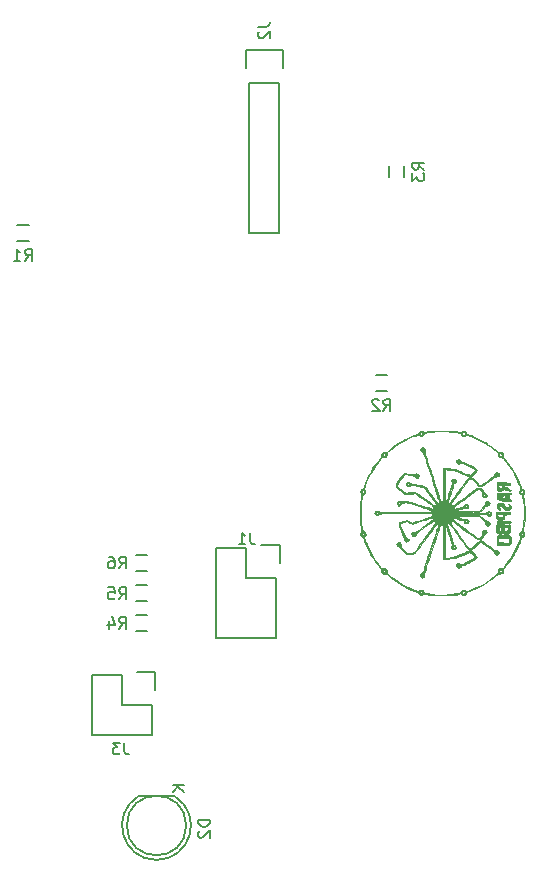
<source format=gbr>
%TF.GenerationSoftware,KiCad,Pcbnew,4.0.5+dfsg1-4*%
%TF.CreationDate,2018-12-31T14:04:09+01:00*%
%TF.ProjectId,HotAirGun,486F7441697247756E2E6B696361645F,rev?*%
%TF.FileFunction,Legend,Bot*%
%FSLAX46Y46*%
G04 Gerber Fmt 4.6, Leading zero omitted, Abs format (unit mm)*
G04 Created by KiCad (PCBNEW 4.0.5+dfsg1-4) date Mon Dec 31 14:04:09 2018*
%MOMM*%
%LPD*%
G01*
G04 APERTURE LIST*
%ADD10C,0.100000*%
%ADD11C,0.150000*%
%ADD12C,0.010000*%
G04 APERTURE END LIST*
D10*
D11*
X183650000Y-111419000D02*
X184650000Y-111419000D01*
X184650000Y-110069000D02*
X183650000Y-110069000D01*
X183650000Y-113959000D02*
X184650000Y-113959000D01*
X184650000Y-112609000D02*
X183650000Y-112609000D01*
X183650000Y-116499000D02*
X184650000Y-116499000D01*
X184650000Y-115149000D02*
X183650000Y-115149000D01*
X205065000Y-77097000D02*
X205065000Y-78097000D01*
X206415000Y-78097000D02*
X206415000Y-77097000D01*
X204970000Y-94829000D02*
X203970000Y-94829000D01*
X203970000Y-96179000D02*
X204970000Y-96179000D01*
X185319000Y-121539000D02*
X185319000Y-119989000D01*
X183769000Y-119989000D02*
X185319000Y-119989000D01*
X185039000Y-122809000D02*
X182499000Y-122809000D01*
X182499000Y-122809000D02*
X182499000Y-120269000D01*
X182499000Y-120269000D02*
X179959000Y-120269000D01*
X179959000Y-120269000D02*
X179959000Y-125349000D01*
X179959000Y-125349000D02*
X185039000Y-125349000D01*
X185039000Y-125349000D02*
X185039000Y-122809000D01*
X193294000Y-70104000D02*
X193294000Y-82804000D01*
X193294000Y-82804000D02*
X195834000Y-82804000D01*
X195834000Y-82804000D02*
X195834000Y-70104000D01*
X193014000Y-67284000D02*
X193014000Y-68834000D01*
X193294000Y-70104000D02*
X195834000Y-70104000D01*
X196114000Y-68834000D02*
X196114000Y-67284000D01*
X196114000Y-67284000D02*
X193014000Y-67284000D01*
X195580000Y-112014000D02*
X195580000Y-117094000D01*
X195860000Y-109194000D02*
X194310000Y-109194000D01*
X193040000Y-109474000D02*
X193040000Y-112014000D01*
X193040000Y-112014000D02*
X195580000Y-112014000D01*
X195580000Y-117094000D02*
X190500000Y-117094000D01*
X190500000Y-117094000D02*
X190500000Y-112014000D01*
X195860000Y-109194000D02*
X195860000Y-110744000D01*
X190500000Y-109474000D02*
X193040000Y-109474000D01*
X190500000Y-112014000D02*
X190500000Y-109474000D01*
X186944904Y-130484112D02*
G75*
G02X183920000Y-130469000I-1524904J-2484888D01*
G01*
X186920000Y-130469000D02*
X183920000Y-130469000D01*
X187937936Y-132969000D02*
G75*
G03X187937936Y-132969000I-2517936J0D01*
G01*
X174617000Y-82129000D02*
X173617000Y-82129000D01*
X173617000Y-83479000D02*
X174617000Y-83479000D01*
D12*
G36*
X202623246Y-106872976D02*
X202631299Y-106974911D01*
X202653074Y-107194764D01*
X202679103Y-107417699D01*
X202706129Y-107617768D01*
X202730898Y-107769020D01*
X202731053Y-107769835D01*
X202757444Y-107918211D01*
X202766977Y-108012079D01*
X202759586Y-108070178D01*
X202735207Y-108111249D01*
X202729848Y-108117357D01*
X202674996Y-108226615D01*
X202681613Y-108346349D01*
X202742803Y-108455840D01*
X202851666Y-108534371D01*
X202871228Y-108542039D01*
X202926939Y-108590614D01*
X202936983Y-108626613D01*
X202952151Y-108701808D01*
X202988921Y-108800516D01*
X202991539Y-108806269D01*
X203030989Y-108897174D01*
X203086908Y-109032565D01*
X203148750Y-109186804D01*
X203163883Y-109225261D01*
X203225391Y-109367556D01*
X203310701Y-109545202D01*
X203411379Y-109742614D01*
X203518993Y-109944205D01*
X203625107Y-110134391D01*
X203721290Y-110297585D01*
X203799108Y-110418202D01*
X203834810Y-110465202D01*
X203906124Y-110556705D01*
X203959074Y-110634284D01*
X204009412Y-110704592D01*
X204094045Y-110813080D01*
X204198197Y-110941016D01*
X204247106Y-110999479D01*
X204356108Y-111132407D01*
X204422107Y-111225627D01*
X204453373Y-111294370D01*
X204458176Y-111353866D01*
X204454105Y-111380698D01*
X204462838Y-111500070D01*
X204532952Y-111591089D01*
X204652539Y-111642018D01*
X204726037Y-111648781D01*
X204816529Y-111660616D01*
X204909265Y-111703186D01*
X205024870Y-111787090D01*
X205073597Y-111827377D01*
X205518288Y-112172110D01*
X205996738Y-112487935D01*
X206490737Y-112764371D01*
X206982075Y-112990941D01*
X207303446Y-113110538D01*
X207441313Y-113161621D01*
X207525968Y-113210099D01*
X207577545Y-113269713D01*
X207599171Y-113312371D01*
X207655183Y-113401622D01*
X207736444Y-113439772D01*
X207778145Y-113445581D01*
X207908379Y-113431861D01*
X207973926Y-113394131D01*
X208063520Y-113349442D01*
X208167675Y-113353870D01*
X208598082Y-113420864D01*
X209045497Y-113465157D01*
X209495328Y-113486812D01*
X209932982Y-113485890D01*
X210343867Y-113462454D01*
X210713390Y-113416566D01*
X211026959Y-113348286D01*
X211049972Y-113341627D01*
X211141998Y-113321866D01*
X211196482Y-113338727D01*
X211232018Y-113380025D01*
X211294676Y-113434013D01*
X211392297Y-113446880D01*
X211422875Y-113444994D01*
X211525727Y-113423305D01*
X211588376Y-113365192D01*
X211616568Y-113312266D01*
X211661032Y-113240090D01*
X211728105Y-113186170D01*
X211838021Y-113136821D01*
X211917160Y-113108983D01*
X212301235Y-112960588D01*
X212708637Y-112768638D01*
X213120520Y-112544197D01*
X213518036Y-112298327D01*
X213882338Y-112042091D01*
X214194577Y-111786553D01*
X214238376Y-111746534D01*
X214340025Y-111668863D01*
X214435493Y-111641911D01*
X214489350Y-111643069D01*
X214621952Y-111625681D01*
X214717518Y-111557522D01*
X214761845Y-111452431D01*
X214758617Y-111380698D01*
X214754518Y-111320209D01*
X214773414Y-111256973D01*
X214823567Y-111175665D01*
X214913237Y-111060962D01*
X214963566Y-111000455D01*
X215092045Y-110839640D01*
X215234759Y-110648922D01*
X215366461Y-110462342D01*
X215401663Y-110409816D01*
X215498463Y-110263080D01*
X215586285Y-110130170D01*
X215652625Y-110030000D01*
X215676549Y-109994030D01*
X215726236Y-109908685D01*
X215790288Y-109784380D01*
X215842493Y-109674651D01*
X215915290Y-109516294D01*
X215992945Y-109349075D01*
X216036899Y-109255355D01*
X216100118Y-109110134D01*
X216168042Y-108937081D01*
X216212237Y-108813519D01*
X216264552Y-108673790D01*
X216314552Y-108586210D01*
X216376727Y-108529685D01*
X216426464Y-108501620D01*
X216534560Y-108418865D01*
X216570448Y-108315960D01*
X216533596Y-108195337D01*
X216503574Y-108149600D01*
X216461704Y-108087152D01*
X216443644Y-108030464D01*
X216447678Y-107954994D01*
X216472089Y-107836200D01*
X216479435Y-107804353D01*
X216546263Y-107433157D01*
X216588763Y-107013989D01*
X216606101Y-106570261D01*
X216597444Y-106125382D01*
X216561956Y-105702763D01*
X216555997Y-105655734D01*
X216530055Y-105474141D01*
X216501819Y-105301013D01*
X216475743Y-105162789D01*
X216464860Y-105114842D01*
X216442673Y-105006847D01*
X216448870Y-104939240D01*
X216487812Y-104881203D01*
X216499767Y-104868189D01*
X216566159Y-104753372D01*
X216564191Y-104637796D01*
X216498461Y-104538722D01*
X216396550Y-104480604D01*
X216332101Y-104442221D01*
X216332101Y-104584876D01*
X216399234Y-104597008D01*
X216423793Y-104648580D01*
X216426036Y-104697598D01*
X216415926Y-104778157D01*
X216372950Y-104807628D01*
X216332101Y-104810320D01*
X216264968Y-104798188D01*
X216240409Y-104746616D01*
X216238166Y-104697598D01*
X216248276Y-104617039D01*
X216291252Y-104587568D01*
X216332101Y-104584876D01*
X216332101Y-104442221D01*
X216317661Y-104433620D01*
X216264457Y-104345521D01*
X216242164Y-104279389D01*
X216188470Y-104122397D01*
X216110415Y-103928832D01*
X216013814Y-103710091D01*
X215904483Y-103477568D01*
X215788237Y-103242658D01*
X215670890Y-103016758D01*
X215558258Y-102811263D01*
X215456155Y-102637569D01*
X215370397Y-102507071D01*
X215306798Y-102431164D01*
X215294080Y-102421445D01*
X215248332Y-102374327D01*
X215192583Y-102294500D01*
X215192060Y-102293640D01*
X215135658Y-102213310D01*
X215047576Y-102101077D01*
X214946543Y-101980774D01*
X214943173Y-101976906D01*
X214840743Y-101851605D01*
X214782585Y-101755714D01*
X214757465Y-101667980D01*
X214753729Y-101618495D01*
X214731330Y-101473210D01*
X214668917Y-101388489D01*
X214560289Y-101357789D01*
X214545479Y-101358064D01*
X214545479Y-101454191D01*
X214604488Y-101491181D01*
X214650646Y-101573318D01*
X214632292Y-101644955D01*
X214555217Y-101684961D01*
X214551203Y-101685575D01*
X214459459Y-101672305D01*
X214418618Y-101607019D01*
X214424137Y-101539825D01*
X214471786Y-101465066D01*
X214545479Y-101454191D01*
X214545479Y-101358064D01*
X214507713Y-101358768D01*
X214427022Y-101357226D01*
X214352813Y-101332779D01*
X214264885Y-101275335D01*
X214147957Y-101179040D01*
X214004212Y-101059485D01*
X213848236Y-100938894D01*
X213664224Y-100805568D01*
X213436375Y-100647807D01*
X213363536Y-100598317D01*
X213206320Y-100501302D01*
X212998302Y-100386519D01*
X212758681Y-100263529D01*
X212506656Y-100141894D01*
X212261427Y-100031175D01*
X212047742Y-99943069D01*
X211862313Y-99867538D01*
X211734883Y-99804750D01*
X211651270Y-99746543D01*
X211597292Y-99684753D01*
X211596263Y-99683187D01*
X211497921Y-99584331D01*
X211428433Y-99568291D01*
X211428433Y-99664069D01*
X211497021Y-99685099D01*
X211516536Y-99709654D01*
X211535736Y-99782898D01*
X211508707Y-99838762D01*
X211482450Y-99866585D01*
X211414377Y-99905004D01*
X211350941Y-99886734D01*
X211289868Y-99838587D01*
X211284681Y-99773035D01*
X211301210Y-99722121D01*
X211350770Y-99677127D01*
X211428433Y-99664069D01*
X211428433Y-99568291D01*
X211382758Y-99557747D01*
X211256694Y-99604787D01*
X211255656Y-99605465D01*
X211208744Y-99631754D01*
X211156698Y-99645274D01*
X211083258Y-99645823D01*
X210972165Y-99633199D01*
X210807160Y-99607202D01*
X210759973Y-99599326D01*
X210507763Y-99567521D01*
X210202225Y-99545550D01*
X209862986Y-99533403D01*
X209509672Y-99531069D01*
X209462232Y-99532088D01*
X209462232Y-99592515D01*
X209750874Y-99598342D01*
X209813018Y-99600131D01*
X210054392Y-99609011D01*
X210282866Y-99620502D01*
X210482813Y-99633583D01*
X210638610Y-99647234D01*
X210733580Y-99660221D01*
X210872029Y-99687693D01*
X211001828Y-99712326D01*
X211043565Y-99719851D01*
X211126645Y-99747973D01*
X211165324Y-99787807D01*
X211165681Y-99791736D01*
X211187821Y-99856274D01*
X211233706Y-99926239D01*
X211332616Y-99995143D01*
X211452816Y-100004601D01*
X211568155Y-99953449D01*
X211582028Y-99941746D01*
X211631293Y-99902818D01*
X211679011Y-99892285D01*
X211751287Y-99910043D01*
X211834407Y-99940756D01*
X211966396Y-99988978D01*
X212091009Y-100031026D01*
X212129764Y-100042948D01*
X212214000Y-100075528D01*
X212348341Y-100136426D01*
X212517085Y-100217678D01*
X212704529Y-100311317D01*
X212894968Y-100409380D01*
X213072701Y-100503902D01*
X213222024Y-100586919D01*
X213326184Y-100649776D01*
X213657154Y-100879005D01*
X214014709Y-101151787D01*
X214073583Y-101198752D01*
X214195947Y-101299397D01*
X214268757Y-101369284D01*
X214302541Y-101422792D01*
X214307827Y-101474298D01*
X214301690Y-101510264D01*
X214307396Y-101647613D01*
X214339985Y-101714679D01*
X214399436Y-101780013D01*
X214479496Y-101801381D01*
X214541561Y-101799715D01*
X214623034Y-101800329D01*
X214689625Y-101824201D01*
X214762821Y-101883564D01*
X214850337Y-101975507D01*
X214960983Y-102103822D01*
X215084217Y-102258101D01*
X215211305Y-102426005D01*
X215333512Y-102595194D01*
X215442103Y-102753327D01*
X215528342Y-102888066D01*
X215583495Y-102987070D01*
X215599409Y-103033702D01*
X215619061Y-103073151D01*
X215667301Y-103146746D01*
X215676644Y-103159997D01*
X215731670Y-103252665D01*
X215805202Y-103397596D01*
X215889207Y-103576746D01*
X215975651Y-103772072D01*
X216056502Y-103965531D01*
X216123726Y-104139079D01*
X216161647Y-104249379D01*
X216197040Y-104368831D01*
X216208396Y-104441501D01*
X216195373Y-104491921D01*
X216157632Y-104544624D01*
X216157537Y-104544740D01*
X216106343Y-104628224D01*
X216087870Y-104693400D01*
X216114246Y-104787129D01*
X216177853Y-104872103D01*
X216255415Y-104920081D01*
X216277155Y-104923042D01*
X216310373Y-104926345D01*
X216336507Y-104943417D01*
X216358957Y-104985002D01*
X216381126Y-105061845D01*
X216406415Y-105184690D01*
X216438227Y-105364282D01*
X216462818Y-105509430D01*
X216514663Y-105939250D01*
X216535286Y-106407529D01*
X216524690Y-106884371D01*
X216482879Y-107339883D01*
X216462614Y-107478071D01*
X216425902Y-107701660D01*
X216397531Y-107861630D01*
X216374234Y-107968610D01*
X216352745Y-108033226D01*
X216329796Y-108066108D01*
X216309186Y-108074875D01*
X216309186Y-108173059D01*
X216365318Y-108176717D01*
X216415822Y-108228117D01*
X216421009Y-108304546D01*
X216386400Y-108375692D01*
X216322708Y-108410640D01*
X216257689Y-108404351D01*
X216238843Y-108346733D01*
X216238741Y-108335492D01*
X216257945Y-108225630D01*
X216309186Y-108173059D01*
X216309186Y-108074875D01*
X216302120Y-108077881D01*
X216277809Y-108079255D01*
X216188676Y-108111378D01*
X216127757Y-108191532D01*
X216102966Y-108295393D01*
X216122216Y-108398637D01*
X216157389Y-108449365D01*
X216191598Y-108492208D01*
X216208394Y-108543490D01*
X216205331Y-108613651D01*
X216179966Y-108713127D01*
X216129854Y-108852357D01*
X216052553Y-109041779D01*
X215977399Y-109218098D01*
X215732197Y-109730546D01*
X215448965Y-110221682D01*
X215139134Y-110673244D01*
X214833563Y-111045633D01*
X214741454Y-111140731D01*
X214671024Y-111189293D01*
X214598122Y-111204340D01*
X214549265Y-111202850D01*
X214549265Y-111298891D01*
X214594561Y-111315780D01*
X214651636Y-111377553D01*
X214650322Y-111450954D01*
X214597444Y-111510264D01*
X214537944Y-111529162D01*
X214459931Y-111524724D01*
X214429317Y-111477683D01*
X214433919Y-111385764D01*
X214472990Y-111312849D01*
X214549265Y-111298891D01*
X214549265Y-111202850D01*
X214542341Y-111202638D01*
X214437923Y-111206196D01*
X214371814Y-111245840D01*
X214339163Y-111288871D01*
X214294542Y-111415344D01*
X214300750Y-111483686D01*
X214305722Y-111530627D01*
X214291415Y-111579255D01*
X214250584Y-111637064D01*
X214175984Y-111711552D01*
X214060371Y-111810215D01*
X213896500Y-111940551D01*
X213748410Y-112055252D01*
X213377972Y-112313800D01*
X212950991Y-112565377D01*
X212486014Y-112800082D01*
X212001589Y-113008013D01*
X211869310Y-113058485D01*
X211759342Y-113096205D01*
X211687735Y-113105831D01*
X211623195Y-113087464D01*
X211568183Y-113059473D01*
X211434836Y-113012514D01*
X211434836Y-113113508D01*
X211509030Y-113133222D01*
X211517670Y-113140514D01*
X211535547Y-113203637D01*
X211501166Y-113277719D01*
X211457584Y-113316159D01*
X211383436Y-113327817D01*
X211320309Y-113287295D01*
X211292862Y-113216312D01*
X211299829Y-113177198D01*
X211351692Y-113130425D01*
X211434836Y-113113508D01*
X211434836Y-113012514D01*
X211422417Y-113008140D01*
X211304970Y-113025336D01*
X211217943Y-113110609D01*
X211203255Y-113138111D01*
X211169994Y-113196623D01*
X211125902Y-113237057D01*
X211053616Y-113267788D01*
X210935778Y-113297190D01*
X210827515Y-113319360D01*
X210303002Y-113396762D01*
X209748987Y-113430081D01*
X209191033Y-113419343D01*
X208654699Y-113364573D01*
X208384177Y-113316927D01*
X208227314Y-113282560D01*
X208127212Y-113252524D01*
X208066566Y-113218462D01*
X208028067Y-113172017D01*
X208008863Y-113135690D01*
X207945859Y-113047494D01*
X207852608Y-113011244D01*
X207827477Y-113008195D01*
X207794053Y-113011454D01*
X207794053Y-113114166D01*
X207890381Y-113130107D01*
X207927998Y-113185058D01*
X207926511Y-113244129D01*
X207890646Y-113306144D01*
X207821598Y-113320823D01*
X207749335Y-113304301D01*
X207719036Y-113240424D01*
X207715774Y-113217494D01*
X207717465Y-113142296D01*
X207758735Y-113116066D01*
X207794053Y-113114166D01*
X207794053Y-113011454D01*
X207700994Y-113020530D01*
X207633939Y-113057614D01*
X207557553Y-113091437D01*
X207441399Y-113085495D01*
X207278449Y-113038433D01*
X207061677Y-112948898D01*
X207055735Y-112946207D01*
X206918178Y-112883917D01*
X206750980Y-112808364D01*
X206608738Y-112744200D01*
X206280049Y-112578596D01*
X205927717Y-112370577D01*
X205575775Y-112135816D01*
X205248253Y-111889989D01*
X205069837Y-111740516D01*
X204972278Y-111648099D01*
X204924136Y-111580011D01*
X204913725Y-111516834D01*
X204917681Y-111487680D01*
X204908583Y-111364655D01*
X204873784Y-111289215D01*
X204818503Y-111225581D01*
X204746710Y-111202079D01*
X204704886Y-111202747D01*
X204704886Y-111298891D01*
X204750182Y-111315780D01*
X204807257Y-111377553D01*
X204805944Y-111450954D01*
X204753065Y-111510264D01*
X204693565Y-111529162D01*
X204615553Y-111524724D01*
X204584938Y-111477683D01*
X204589541Y-111385764D01*
X204628611Y-111312849D01*
X204704886Y-111298891D01*
X204704886Y-111202747D01*
X204658629Y-111203487D01*
X204578703Y-111205442D01*
X204517898Y-111189655D01*
X204457780Y-111144361D01*
X204379916Y-111057796D01*
X204324304Y-110990120D01*
X203962937Y-110514137D01*
X203649922Y-110035807D01*
X203392261Y-109566638D01*
X203216441Y-109169386D01*
X203153148Y-109007540D01*
X203092789Y-108855492D01*
X203045642Y-108739060D01*
X203034521Y-108712347D01*
X203000187Y-108619005D01*
X203001149Y-108558226D01*
X203039865Y-108494978D01*
X203050758Y-108480976D01*
X203119488Y-108352107D01*
X203114205Y-108235324D01*
X203035229Y-108131685D01*
X202923582Y-108061102D01*
X202899464Y-108032642D01*
X202899464Y-108159758D01*
X202943819Y-108189158D01*
X202959836Y-108209970D01*
X203003618Y-108279671D01*
X203003256Y-108329913D01*
X202978872Y-108374150D01*
X202919911Y-108412274D01*
X202849620Y-108398532D01*
X202800109Y-108342376D01*
X202794267Y-108319814D01*
X202811886Y-108233468D01*
X202845301Y-108190107D01*
X202899464Y-108159758D01*
X202899464Y-108032642D01*
X202869012Y-107996707D01*
X202821100Y-107867260D01*
X202780313Y-107682602D01*
X202747121Y-107452575D01*
X202721993Y-107187018D01*
X202705399Y-106895772D01*
X202697806Y-106588680D01*
X202699685Y-106275581D01*
X202711504Y-105966316D01*
X202733732Y-105670727D01*
X202766839Y-105398654D01*
X202790120Y-105261208D01*
X202822010Y-105101003D01*
X202847258Y-105001024D01*
X202871502Y-104947359D01*
X202900381Y-104926097D01*
X202927163Y-104923042D01*
X203027636Y-104891790D01*
X203093249Y-104812267D01*
X203117434Y-104705817D01*
X203093625Y-104593787D01*
X203048828Y-104527583D01*
X202972804Y-104446659D01*
X203102618Y-104111847D01*
X203199501Y-103866343D01*
X203282501Y-103668323D01*
X203362421Y-103494298D01*
X203450069Y-103320774D01*
X203556249Y-103124263D01*
X203560226Y-103117057D01*
X203633849Y-102990847D01*
X203729519Y-102836911D01*
X203837565Y-102669675D01*
X203948314Y-102503565D01*
X204052096Y-102353006D01*
X204139238Y-102232426D01*
X204200070Y-102156249D01*
X204213557Y-102142568D01*
X204247681Y-102105590D01*
X204313809Y-102029417D01*
X204375981Y-101956184D01*
X204461878Y-101860615D01*
X204528023Y-101812083D01*
X204599176Y-101797077D01*
X204663740Y-101799179D01*
X204769632Y-101797141D01*
X204835232Y-101762570D01*
X204872738Y-101714679D01*
X204917324Y-101583760D01*
X204911557Y-101512651D01*
X204905661Y-101462563D01*
X204918678Y-101415984D01*
X204960003Y-101361515D01*
X205039031Y-101287756D01*
X205165156Y-101183309D01*
X205218222Y-101140560D01*
X205606736Y-100843053D01*
X205974821Y-100594372D01*
X206344877Y-100381597D01*
X206739303Y-100191806D01*
X207162623Y-100018871D01*
X207338229Y-99952532D01*
X207457274Y-99910785D01*
X207533337Y-99891248D01*
X207579996Y-99891538D01*
X207610830Y-99909272D01*
X207634568Y-99936072D01*
X207721283Y-99993543D01*
X207829464Y-100002460D01*
X207935534Y-99969957D01*
X208015915Y-99903172D01*
X208047042Y-99811232D01*
X208051276Y-99780069D01*
X208071066Y-99755328D01*
X208117038Y-99734009D01*
X208199824Y-99713109D01*
X208330050Y-99689627D01*
X208518346Y-99660560D01*
X208648225Y-99641440D01*
X208837977Y-99617050D01*
X209024450Y-99601207D01*
X209226313Y-99593250D01*
X209462232Y-99592515D01*
X209462232Y-99532088D01*
X209161906Y-99538539D01*
X208839316Y-99555801D01*
X208561525Y-99582846D01*
X208442596Y-99600546D01*
X208270072Y-99629355D01*
X208153341Y-99644246D01*
X208074360Y-99645279D01*
X208015086Y-99632518D01*
X207957475Y-99606025D01*
X207950404Y-99602243D01*
X207811791Y-99558206D01*
X207796549Y-99560770D01*
X207796549Y-99662687D01*
X207875458Y-99672399D01*
X207909271Y-99687736D01*
X207934754Y-99758155D01*
X207912731Y-99838447D01*
X207868565Y-99881731D01*
X207778517Y-99902711D01*
X207723984Y-99858314D01*
X207708876Y-99772278D01*
X207720115Y-99692723D01*
X207765534Y-99664511D01*
X207796549Y-99662687D01*
X207796549Y-99560770D01*
X207692140Y-99578339D01*
X207604866Y-99658972D01*
X207583799Y-99702524D01*
X207508479Y-99807414D01*
X207428013Y-99847106D01*
X207326009Y-99881202D01*
X207183740Y-99934597D01*
X207017404Y-100000527D01*
X206843199Y-100072231D01*
X206677320Y-100142947D01*
X206535965Y-100205914D01*
X206435333Y-100254369D01*
X206394562Y-100278532D01*
X206336767Y-100317606D01*
X206231413Y-100380562D01*
X206097421Y-100456244D01*
X206039708Y-100487762D01*
X205838119Y-100602351D01*
X205652580Y-100721679D01*
X205463570Y-100859593D01*
X205251570Y-101029939D01*
X205124732Y-101136812D01*
X204995049Y-101243506D01*
X204900598Y-101308303D01*
X204822284Y-101341227D01*
X204741014Y-101352302D01*
X204713219Y-101352862D01*
X204673898Y-101360661D01*
X204673898Y-101446364D01*
X204712989Y-101448303D01*
X204753958Y-101485030D01*
X204805033Y-101569866D01*
X204789752Y-101641254D01*
X204712917Y-101682078D01*
X204698044Y-101684320D01*
X204609153Y-101671385D01*
X204574876Y-101615505D01*
X204601097Y-101530938D01*
X204622457Y-101501093D01*
X204673898Y-101446364D01*
X204673898Y-101360661D01*
X204571408Y-101380992D01*
X204480506Y-101458304D01*
X204448139Y-101576211D01*
X204455313Y-101643186D01*
X204458892Y-101703678D01*
X204437142Y-101768135D01*
X204381475Y-101852229D01*
X204283302Y-101971630D01*
X204261371Y-101997025D01*
X204053714Y-102246196D01*
X203875208Y-102484678D01*
X203706125Y-102740324D01*
X203547653Y-103004731D01*
X203451112Y-103181168D01*
X203346457Y-103388567D01*
X203240937Y-103610773D01*
X203141801Y-103831629D01*
X203056298Y-104034977D01*
X202991677Y-104204663D01*
X202955186Y-104324528D01*
X202954869Y-104325960D01*
X202898728Y-104433989D01*
X202888180Y-104440643D01*
X202888180Y-104587317D01*
X202953791Y-104600492D01*
X202979401Y-104628147D01*
X203004414Y-104715624D01*
X202962211Y-104779330D01*
X202886932Y-104803689D01*
X202812331Y-104804311D01*
X202789798Y-104767241D01*
X202793318Y-104710075D01*
X202826774Y-104627329D01*
X202888180Y-104587317D01*
X202888180Y-104440643D01*
X202830939Y-104476758D01*
X202747702Y-104519706D01*
X202703485Y-104559046D01*
X202676290Y-104654553D01*
X202684758Y-104767590D01*
X202725290Y-104856040D01*
X202729234Y-104860221D01*
X202755396Y-104896680D01*
X202765665Y-104949496D01*
X202760128Y-105036241D01*
X202738873Y-105174486D01*
X202731032Y-105219616D01*
X202647131Y-105809300D01*
X202611463Y-106355822D01*
X202623246Y-106872976D01*
X202623246Y-106872976D01*
G37*
X202623246Y-106872976D02*
X202631299Y-106974911D01*
X202653074Y-107194764D01*
X202679103Y-107417699D01*
X202706129Y-107617768D01*
X202730898Y-107769020D01*
X202731053Y-107769835D01*
X202757444Y-107918211D01*
X202766977Y-108012079D01*
X202759586Y-108070178D01*
X202735207Y-108111249D01*
X202729848Y-108117357D01*
X202674996Y-108226615D01*
X202681613Y-108346349D01*
X202742803Y-108455840D01*
X202851666Y-108534371D01*
X202871228Y-108542039D01*
X202926939Y-108590614D01*
X202936983Y-108626613D01*
X202952151Y-108701808D01*
X202988921Y-108800516D01*
X202991539Y-108806269D01*
X203030989Y-108897174D01*
X203086908Y-109032565D01*
X203148750Y-109186804D01*
X203163883Y-109225261D01*
X203225391Y-109367556D01*
X203310701Y-109545202D01*
X203411379Y-109742614D01*
X203518993Y-109944205D01*
X203625107Y-110134391D01*
X203721290Y-110297585D01*
X203799108Y-110418202D01*
X203834810Y-110465202D01*
X203906124Y-110556705D01*
X203959074Y-110634284D01*
X204009412Y-110704592D01*
X204094045Y-110813080D01*
X204198197Y-110941016D01*
X204247106Y-110999479D01*
X204356108Y-111132407D01*
X204422107Y-111225627D01*
X204453373Y-111294370D01*
X204458176Y-111353866D01*
X204454105Y-111380698D01*
X204462838Y-111500070D01*
X204532952Y-111591089D01*
X204652539Y-111642018D01*
X204726037Y-111648781D01*
X204816529Y-111660616D01*
X204909265Y-111703186D01*
X205024870Y-111787090D01*
X205073597Y-111827377D01*
X205518288Y-112172110D01*
X205996738Y-112487935D01*
X206490737Y-112764371D01*
X206982075Y-112990941D01*
X207303446Y-113110538D01*
X207441313Y-113161621D01*
X207525968Y-113210099D01*
X207577545Y-113269713D01*
X207599171Y-113312371D01*
X207655183Y-113401622D01*
X207736444Y-113439772D01*
X207778145Y-113445581D01*
X207908379Y-113431861D01*
X207973926Y-113394131D01*
X208063520Y-113349442D01*
X208167675Y-113353870D01*
X208598082Y-113420864D01*
X209045497Y-113465157D01*
X209495328Y-113486812D01*
X209932982Y-113485890D01*
X210343867Y-113462454D01*
X210713390Y-113416566D01*
X211026959Y-113348286D01*
X211049972Y-113341627D01*
X211141998Y-113321866D01*
X211196482Y-113338727D01*
X211232018Y-113380025D01*
X211294676Y-113434013D01*
X211392297Y-113446880D01*
X211422875Y-113444994D01*
X211525727Y-113423305D01*
X211588376Y-113365192D01*
X211616568Y-113312266D01*
X211661032Y-113240090D01*
X211728105Y-113186170D01*
X211838021Y-113136821D01*
X211917160Y-113108983D01*
X212301235Y-112960588D01*
X212708637Y-112768638D01*
X213120520Y-112544197D01*
X213518036Y-112298327D01*
X213882338Y-112042091D01*
X214194577Y-111786553D01*
X214238376Y-111746534D01*
X214340025Y-111668863D01*
X214435493Y-111641911D01*
X214489350Y-111643069D01*
X214621952Y-111625681D01*
X214717518Y-111557522D01*
X214761845Y-111452431D01*
X214758617Y-111380698D01*
X214754518Y-111320209D01*
X214773414Y-111256973D01*
X214823567Y-111175665D01*
X214913237Y-111060962D01*
X214963566Y-111000455D01*
X215092045Y-110839640D01*
X215234759Y-110648922D01*
X215366461Y-110462342D01*
X215401663Y-110409816D01*
X215498463Y-110263080D01*
X215586285Y-110130170D01*
X215652625Y-110030000D01*
X215676549Y-109994030D01*
X215726236Y-109908685D01*
X215790288Y-109784380D01*
X215842493Y-109674651D01*
X215915290Y-109516294D01*
X215992945Y-109349075D01*
X216036899Y-109255355D01*
X216100118Y-109110134D01*
X216168042Y-108937081D01*
X216212237Y-108813519D01*
X216264552Y-108673790D01*
X216314552Y-108586210D01*
X216376727Y-108529685D01*
X216426464Y-108501620D01*
X216534560Y-108418865D01*
X216570448Y-108315960D01*
X216533596Y-108195337D01*
X216503574Y-108149600D01*
X216461704Y-108087152D01*
X216443644Y-108030464D01*
X216447678Y-107954994D01*
X216472089Y-107836200D01*
X216479435Y-107804353D01*
X216546263Y-107433157D01*
X216588763Y-107013989D01*
X216606101Y-106570261D01*
X216597444Y-106125382D01*
X216561956Y-105702763D01*
X216555997Y-105655734D01*
X216530055Y-105474141D01*
X216501819Y-105301013D01*
X216475743Y-105162789D01*
X216464860Y-105114842D01*
X216442673Y-105006847D01*
X216448870Y-104939240D01*
X216487812Y-104881203D01*
X216499767Y-104868189D01*
X216566159Y-104753372D01*
X216564191Y-104637796D01*
X216498461Y-104538722D01*
X216396550Y-104480604D01*
X216332101Y-104442221D01*
X216332101Y-104584876D01*
X216399234Y-104597008D01*
X216423793Y-104648580D01*
X216426036Y-104697598D01*
X216415926Y-104778157D01*
X216372950Y-104807628D01*
X216332101Y-104810320D01*
X216264968Y-104798188D01*
X216240409Y-104746616D01*
X216238166Y-104697598D01*
X216248276Y-104617039D01*
X216291252Y-104587568D01*
X216332101Y-104584876D01*
X216332101Y-104442221D01*
X216317661Y-104433620D01*
X216264457Y-104345521D01*
X216242164Y-104279389D01*
X216188470Y-104122397D01*
X216110415Y-103928832D01*
X216013814Y-103710091D01*
X215904483Y-103477568D01*
X215788237Y-103242658D01*
X215670890Y-103016758D01*
X215558258Y-102811263D01*
X215456155Y-102637569D01*
X215370397Y-102507071D01*
X215306798Y-102431164D01*
X215294080Y-102421445D01*
X215248332Y-102374327D01*
X215192583Y-102294500D01*
X215192060Y-102293640D01*
X215135658Y-102213310D01*
X215047576Y-102101077D01*
X214946543Y-101980774D01*
X214943173Y-101976906D01*
X214840743Y-101851605D01*
X214782585Y-101755714D01*
X214757465Y-101667980D01*
X214753729Y-101618495D01*
X214731330Y-101473210D01*
X214668917Y-101388489D01*
X214560289Y-101357789D01*
X214545479Y-101358064D01*
X214545479Y-101454191D01*
X214604488Y-101491181D01*
X214650646Y-101573318D01*
X214632292Y-101644955D01*
X214555217Y-101684961D01*
X214551203Y-101685575D01*
X214459459Y-101672305D01*
X214418618Y-101607019D01*
X214424137Y-101539825D01*
X214471786Y-101465066D01*
X214545479Y-101454191D01*
X214545479Y-101358064D01*
X214507713Y-101358768D01*
X214427022Y-101357226D01*
X214352813Y-101332779D01*
X214264885Y-101275335D01*
X214147957Y-101179040D01*
X214004212Y-101059485D01*
X213848236Y-100938894D01*
X213664224Y-100805568D01*
X213436375Y-100647807D01*
X213363536Y-100598317D01*
X213206320Y-100501302D01*
X212998302Y-100386519D01*
X212758681Y-100263529D01*
X212506656Y-100141894D01*
X212261427Y-100031175D01*
X212047742Y-99943069D01*
X211862313Y-99867538D01*
X211734883Y-99804750D01*
X211651270Y-99746543D01*
X211597292Y-99684753D01*
X211596263Y-99683187D01*
X211497921Y-99584331D01*
X211428433Y-99568291D01*
X211428433Y-99664069D01*
X211497021Y-99685099D01*
X211516536Y-99709654D01*
X211535736Y-99782898D01*
X211508707Y-99838762D01*
X211482450Y-99866585D01*
X211414377Y-99905004D01*
X211350941Y-99886734D01*
X211289868Y-99838587D01*
X211284681Y-99773035D01*
X211301210Y-99722121D01*
X211350770Y-99677127D01*
X211428433Y-99664069D01*
X211428433Y-99568291D01*
X211382758Y-99557747D01*
X211256694Y-99604787D01*
X211255656Y-99605465D01*
X211208744Y-99631754D01*
X211156698Y-99645274D01*
X211083258Y-99645823D01*
X210972165Y-99633199D01*
X210807160Y-99607202D01*
X210759973Y-99599326D01*
X210507763Y-99567521D01*
X210202225Y-99545550D01*
X209862986Y-99533403D01*
X209509672Y-99531069D01*
X209462232Y-99532088D01*
X209462232Y-99592515D01*
X209750874Y-99598342D01*
X209813018Y-99600131D01*
X210054392Y-99609011D01*
X210282866Y-99620502D01*
X210482813Y-99633583D01*
X210638610Y-99647234D01*
X210733580Y-99660221D01*
X210872029Y-99687693D01*
X211001828Y-99712326D01*
X211043565Y-99719851D01*
X211126645Y-99747973D01*
X211165324Y-99787807D01*
X211165681Y-99791736D01*
X211187821Y-99856274D01*
X211233706Y-99926239D01*
X211332616Y-99995143D01*
X211452816Y-100004601D01*
X211568155Y-99953449D01*
X211582028Y-99941746D01*
X211631293Y-99902818D01*
X211679011Y-99892285D01*
X211751287Y-99910043D01*
X211834407Y-99940756D01*
X211966396Y-99988978D01*
X212091009Y-100031026D01*
X212129764Y-100042948D01*
X212214000Y-100075528D01*
X212348341Y-100136426D01*
X212517085Y-100217678D01*
X212704529Y-100311317D01*
X212894968Y-100409380D01*
X213072701Y-100503902D01*
X213222024Y-100586919D01*
X213326184Y-100649776D01*
X213657154Y-100879005D01*
X214014709Y-101151787D01*
X214073583Y-101198752D01*
X214195947Y-101299397D01*
X214268757Y-101369284D01*
X214302541Y-101422792D01*
X214307827Y-101474298D01*
X214301690Y-101510264D01*
X214307396Y-101647613D01*
X214339985Y-101714679D01*
X214399436Y-101780013D01*
X214479496Y-101801381D01*
X214541561Y-101799715D01*
X214623034Y-101800329D01*
X214689625Y-101824201D01*
X214762821Y-101883564D01*
X214850337Y-101975507D01*
X214960983Y-102103822D01*
X215084217Y-102258101D01*
X215211305Y-102426005D01*
X215333512Y-102595194D01*
X215442103Y-102753327D01*
X215528342Y-102888066D01*
X215583495Y-102987070D01*
X215599409Y-103033702D01*
X215619061Y-103073151D01*
X215667301Y-103146746D01*
X215676644Y-103159997D01*
X215731670Y-103252665D01*
X215805202Y-103397596D01*
X215889207Y-103576746D01*
X215975651Y-103772072D01*
X216056502Y-103965531D01*
X216123726Y-104139079D01*
X216161647Y-104249379D01*
X216197040Y-104368831D01*
X216208396Y-104441501D01*
X216195373Y-104491921D01*
X216157632Y-104544624D01*
X216157537Y-104544740D01*
X216106343Y-104628224D01*
X216087870Y-104693400D01*
X216114246Y-104787129D01*
X216177853Y-104872103D01*
X216255415Y-104920081D01*
X216277155Y-104923042D01*
X216310373Y-104926345D01*
X216336507Y-104943417D01*
X216358957Y-104985002D01*
X216381126Y-105061845D01*
X216406415Y-105184690D01*
X216438227Y-105364282D01*
X216462818Y-105509430D01*
X216514663Y-105939250D01*
X216535286Y-106407529D01*
X216524690Y-106884371D01*
X216482879Y-107339883D01*
X216462614Y-107478071D01*
X216425902Y-107701660D01*
X216397531Y-107861630D01*
X216374234Y-107968610D01*
X216352745Y-108033226D01*
X216329796Y-108066108D01*
X216309186Y-108074875D01*
X216309186Y-108173059D01*
X216365318Y-108176717D01*
X216415822Y-108228117D01*
X216421009Y-108304546D01*
X216386400Y-108375692D01*
X216322708Y-108410640D01*
X216257689Y-108404351D01*
X216238843Y-108346733D01*
X216238741Y-108335492D01*
X216257945Y-108225630D01*
X216309186Y-108173059D01*
X216309186Y-108074875D01*
X216302120Y-108077881D01*
X216277809Y-108079255D01*
X216188676Y-108111378D01*
X216127757Y-108191532D01*
X216102966Y-108295393D01*
X216122216Y-108398637D01*
X216157389Y-108449365D01*
X216191598Y-108492208D01*
X216208394Y-108543490D01*
X216205331Y-108613651D01*
X216179966Y-108713127D01*
X216129854Y-108852357D01*
X216052553Y-109041779D01*
X215977399Y-109218098D01*
X215732197Y-109730546D01*
X215448965Y-110221682D01*
X215139134Y-110673244D01*
X214833563Y-111045633D01*
X214741454Y-111140731D01*
X214671024Y-111189293D01*
X214598122Y-111204340D01*
X214549265Y-111202850D01*
X214549265Y-111298891D01*
X214594561Y-111315780D01*
X214651636Y-111377553D01*
X214650322Y-111450954D01*
X214597444Y-111510264D01*
X214537944Y-111529162D01*
X214459931Y-111524724D01*
X214429317Y-111477683D01*
X214433919Y-111385764D01*
X214472990Y-111312849D01*
X214549265Y-111298891D01*
X214549265Y-111202850D01*
X214542341Y-111202638D01*
X214437923Y-111206196D01*
X214371814Y-111245840D01*
X214339163Y-111288871D01*
X214294542Y-111415344D01*
X214300750Y-111483686D01*
X214305722Y-111530627D01*
X214291415Y-111579255D01*
X214250584Y-111637064D01*
X214175984Y-111711552D01*
X214060371Y-111810215D01*
X213896500Y-111940551D01*
X213748410Y-112055252D01*
X213377972Y-112313800D01*
X212950991Y-112565377D01*
X212486014Y-112800082D01*
X212001589Y-113008013D01*
X211869310Y-113058485D01*
X211759342Y-113096205D01*
X211687735Y-113105831D01*
X211623195Y-113087464D01*
X211568183Y-113059473D01*
X211434836Y-113012514D01*
X211434836Y-113113508D01*
X211509030Y-113133222D01*
X211517670Y-113140514D01*
X211535547Y-113203637D01*
X211501166Y-113277719D01*
X211457584Y-113316159D01*
X211383436Y-113327817D01*
X211320309Y-113287295D01*
X211292862Y-113216312D01*
X211299829Y-113177198D01*
X211351692Y-113130425D01*
X211434836Y-113113508D01*
X211434836Y-113012514D01*
X211422417Y-113008140D01*
X211304970Y-113025336D01*
X211217943Y-113110609D01*
X211203255Y-113138111D01*
X211169994Y-113196623D01*
X211125902Y-113237057D01*
X211053616Y-113267788D01*
X210935778Y-113297190D01*
X210827515Y-113319360D01*
X210303002Y-113396762D01*
X209748987Y-113430081D01*
X209191033Y-113419343D01*
X208654699Y-113364573D01*
X208384177Y-113316927D01*
X208227314Y-113282560D01*
X208127212Y-113252524D01*
X208066566Y-113218462D01*
X208028067Y-113172017D01*
X208008863Y-113135690D01*
X207945859Y-113047494D01*
X207852608Y-113011244D01*
X207827477Y-113008195D01*
X207794053Y-113011454D01*
X207794053Y-113114166D01*
X207890381Y-113130107D01*
X207927998Y-113185058D01*
X207926511Y-113244129D01*
X207890646Y-113306144D01*
X207821598Y-113320823D01*
X207749335Y-113304301D01*
X207719036Y-113240424D01*
X207715774Y-113217494D01*
X207717465Y-113142296D01*
X207758735Y-113116066D01*
X207794053Y-113114166D01*
X207794053Y-113011454D01*
X207700994Y-113020530D01*
X207633939Y-113057614D01*
X207557553Y-113091437D01*
X207441399Y-113085495D01*
X207278449Y-113038433D01*
X207061677Y-112948898D01*
X207055735Y-112946207D01*
X206918178Y-112883917D01*
X206750980Y-112808364D01*
X206608738Y-112744200D01*
X206280049Y-112578596D01*
X205927717Y-112370577D01*
X205575775Y-112135816D01*
X205248253Y-111889989D01*
X205069837Y-111740516D01*
X204972278Y-111648099D01*
X204924136Y-111580011D01*
X204913725Y-111516834D01*
X204917681Y-111487680D01*
X204908583Y-111364655D01*
X204873784Y-111289215D01*
X204818503Y-111225581D01*
X204746710Y-111202079D01*
X204704886Y-111202747D01*
X204704886Y-111298891D01*
X204750182Y-111315780D01*
X204807257Y-111377553D01*
X204805944Y-111450954D01*
X204753065Y-111510264D01*
X204693565Y-111529162D01*
X204615553Y-111524724D01*
X204584938Y-111477683D01*
X204589541Y-111385764D01*
X204628611Y-111312849D01*
X204704886Y-111298891D01*
X204704886Y-111202747D01*
X204658629Y-111203487D01*
X204578703Y-111205442D01*
X204517898Y-111189655D01*
X204457780Y-111144361D01*
X204379916Y-111057796D01*
X204324304Y-110990120D01*
X203962937Y-110514137D01*
X203649922Y-110035807D01*
X203392261Y-109566638D01*
X203216441Y-109169386D01*
X203153148Y-109007540D01*
X203092789Y-108855492D01*
X203045642Y-108739060D01*
X203034521Y-108712347D01*
X203000187Y-108619005D01*
X203001149Y-108558226D01*
X203039865Y-108494978D01*
X203050758Y-108480976D01*
X203119488Y-108352107D01*
X203114205Y-108235324D01*
X203035229Y-108131685D01*
X202923582Y-108061102D01*
X202899464Y-108032642D01*
X202899464Y-108159758D01*
X202943819Y-108189158D01*
X202959836Y-108209970D01*
X203003618Y-108279671D01*
X203003256Y-108329913D01*
X202978872Y-108374150D01*
X202919911Y-108412274D01*
X202849620Y-108398532D01*
X202800109Y-108342376D01*
X202794267Y-108319814D01*
X202811886Y-108233468D01*
X202845301Y-108190107D01*
X202899464Y-108159758D01*
X202899464Y-108032642D01*
X202869012Y-107996707D01*
X202821100Y-107867260D01*
X202780313Y-107682602D01*
X202747121Y-107452575D01*
X202721993Y-107187018D01*
X202705399Y-106895772D01*
X202697806Y-106588680D01*
X202699685Y-106275581D01*
X202711504Y-105966316D01*
X202733732Y-105670727D01*
X202766839Y-105398654D01*
X202790120Y-105261208D01*
X202822010Y-105101003D01*
X202847258Y-105001024D01*
X202871502Y-104947359D01*
X202900381Y-104926097D01*
X202927163Y-104923042D01*
X203027636Y-104891790D01*
X203093249Y-104812267D01*
X203117434Y-104705817D01*
X203093625Y-104593787D01*
X203048828Y-104527583D01*
X202972804Y-104446659D01*
X203102618Y-104111847D01*
X203199501Y-103866343D01*
X203282501Y-103668323D01*
X203362421Y-103494298D01*
X203450069Y-103320774D01*
X203556249Y-103124263D01*
X203560226Y-103117057D01*
X203633849Y-102990847D01*
X203729519Y-102836911D01*
X203837565Y-102669675D01*
X203948314Y-102503565D01*
X204052096Y-102353006D01*
X204139238Y-102232426D01*
X204200070Y-102156249D01*
X204213557Y-102142568D01*
X204247681Y-102105590D01*
X204313809Y-102029417D01*
X204375981Y-101956184D01*
X204461878Y-101860615D01*
X204528023Y-101812083D01*
X204599176Y-101797077D01*
X204663740Y-101799179D01*
X204769632Y-101797141D01*
X204835232Y-101762570D01*
X204872738Y-101714679D01*
X204917324Y-101583760D01*
X204911557Y-101512651D01*
X204905661Y-101462563D01*
X204918678Y-101415984D01*
X204960003Y-101361515D01*
X205039031Y-101287756D01*
X205165156Y-101183309D01*
X205218222Y-101140560D01*
X205606736Y-100843053D01*
X205974821Y-100594372D01*
X206344877Y-100381597D01*
X206739303Y-100191806D01*
X207162623Y-100018871D01*
X207338229Y-99952532D01*
X207457274Y-99910785D01*
X207533337Y-99891248D01*
X207579996Y-99891538D01*
X207610830Y-99909272D01*
X207634568Y-99936072D01*
X207721283Y-99993543D01*
X207829464Y-100002460D01*
X207935534Y-99969957D01*
X208015915Y-99903172D01*
X208047042Y-99811232D01*
X208051276Y-99780069D01*
X208071066Y-99755328D01*
X208117038Y-99734009D01*
X208199824Y-99713109D01*
X208330050Y-99689627D01*
X208518346Y-99660560D01*
X208648225Y-99641440D01*
X208837977Y-99617050D01*
X209024450Y-99601207D01*
X209226313Y-99593250D01*
X209462232Y-99592515D01*
X209462232Y-99532088D01*
X209161906Y-99538539D01*
X208839316Y-99555801D01*
X208561525Y-99582846D01*
X208442596Y-99600546D01*
X208270072Y-99629355D01*
X208153341Y-99644246D01*
X208074360Y-99645279D01*
X208015086Y-99632518D01*
X207957475Y-99606025D01*
X207950404Y-99602243D01*
X207811791Y-99558206D01*
X207796549Y-99560770D01*
X207796549Y-99662687D01*
X207875458Y-99672399D01*
X207909271Y-99687736D01*
X207934754Y-99758155D01*
X207912731Y-99838447D01*
X207868565Y-99881731D01*
X207778517Y-99902711D01*
X207723984Y-99858314D01*
X207708876Y-99772278D01*
X207720115Y-99692723D01*
X207765534Y-99664511D01*
X207796549Y-99662687D01*
X207796549Y-99560770D01*
X207692140Y-99578339D01*
X207604866Y-99658972D01*
X207583799Y-99702524D01*
X207508479Y-99807414D01*
X207428013Y-99847106D01*
X207326009Y-99881202D01*
X207183740Y-99934597D01*
X207017404Y-100000527D01*
X206843199Y-100072231D01*
X206677320Y-100142947D01*
X206535965Y-100205914D01*
X206435333Y-100254369D01*
X206394562Y-100278532D01*
X206336767Y-100317606D01*
X206231413Y-100380562D01*
X206097421Y-100456244D01*
X206039708Y-100487762D01*
X205838119Y-100602351D01*
X205652580Y-100721679D01*
X205463570Y-100859593D01*
X205251570Y-101029939D01*
X205124732Y-101136812D01*
X204995049Y-101243506D01*
X204900598Y-101308303D01*
X204822284Y-101341227D01*
X204741014Y-101352302D01*
X204713219Y-101352862D01*
X204673898Y-101360661D01*
X204673898Y-101446364D01*
X204712989Y-101448303D01*
X204753958Y-101485030D01*
X204805033Y-101569866D01*
X204789752Y-101641254D01*
X204712917Y-101682078D01*
X204698044Y-101684320D01*
X204609153Y-101671385D01*
X204574876Y-101615505D01*
X204601097Y-101530938D01*
X204622457Y-101501093D01*
X204673898Y-101446364D01*
X204673898Y-101360661D01*
X204571408Y-101380992D01*
X204480506Y-101458304D01*
X204448139Y-101576211D01*
X204455313Y-101643186D01*
X204458892Y-101703678D01*
X204437142Y-101768135D01*
X204381475Y-101852229D01*
X204283302Y-101971630D01*
X204261371Y-101997025D01*
X204053714Y-102246196D01*
X203875208Y-102484678D01*
X203706125Y-102740324D01*
X203547653Y-103004731D01*
X203451112Y-103181168D01*
X203346457Y-103388567D01*
X203240937Y-103610773D01*
X203141801Y-103831629D01*
X203056298Y-104034977D01*
X202991677Y-104204663D01*
X202955186Y-104324528D01*
X202954869Y-104325960D01*
X202898728Y-104433989D01*
X202888180Y-104440643D01*
X202888180Y-104587317D01*
X202953791Y-104600492D01*
X202979401Y-104628147D01*
X203004414Y-104715624D01*
X202962211Y-104779330D01*
X202886932Y-104803689D01*
X202812331Y-104804311D01*
X202789798Y-104767241D01*
X202793318Y-104710075D01*
X202826774Y-104627329D01*
X202888180Y-104587317D01*
X202888180Y-104440643D01*
X202830939Y-104476758D01*
X202747702Y-104519706D01*
X202703485Y-104559046D01*
X202676290Y-104654553D01*
X202684758Y-104767590D01*
X202725290Y-104856040D01*
X202729234Y-104860221D01*
X202755396Y-104896680D01*
X202765665Y-104949496D01*
X202760128Y-105036241D01*
X202738873Y-105174486D01*
X202731032Y-105219616D01*
X202647131Y-105809300D01*
X202611463Y-106355822D01*
X202623246Y-106872976D01*
G36*
X214265533Y-105316648D02*
X214604799Y-105416174D01*
X214790192Y-105463931D01*
X214983077Y-105502898D01*
X215149085Y-105526395D01*
X215187196Y-105529356D01*
X215318636Y-105534825D01*
X215392946Y-105529315D01*
X215427897Y-105507913D01*
X215441263Y-105465707D01*
X215442285Y-105458834D01*
X215427149Y-105380979D01*
X215357744Y-105330688D01*
X215298059Y-105293294D01*
X215269564Y-105236256D01*
X215261394Y-105134436D01*
X215261243Y-105107412D01*
X215267273Y-104992935D01*
X215290550Y-104931973D01*
X215336391Y-104904255D01*
X215397353Y-104860910D01*
X215411539Y-104822865D01*
X215402224Y-104797682D01*
X215365944Y-104782916D01*
X215290194Y-104777496D01*
X215162468Y-104780350D01*
X215092160Y-104783940D01*
X215092160Y-105148486D01*
X215110947Y-105167273D01*
X215092160Y-105186060D01*
X215073373Y-105167273D01*
X215092160Y-105148486D01*
X215092160Y-104783940D01*
X215007619Y-104788258D01*
X214928978Y-104793247D01*
X214928978Y-105005366D01*
X214956425Y-105033832D01*
X214960651Y-105106838D01*
X214952066Y-105188632D01*
X214911417Y-105219569D01*
X214850375Y-105223634D01*
X214718921Y-105208849D01*
X214613218Y-105170385D01*
X214553673Y-105117075D01*
X214547338Y-105092458D01*
X214576809Y-105048164D01*
X214650666Y-105040400D01*
X214769771Y-105034427D01*
X214857323Y-105018136D01*
X214928978Y-105005366D01*
X214928978Y-104793247D01*
X214818404Y-104800263D01*
X214636446Y-104813991D01*
X214487643Y-104827387D01*
X214423561Y-104834603D01*
X214243423Y-104858016D01*
X214265533Y-105316648D01*
X214265533Y-105316648D01*
G37*
X214265533Y-105316648D02*
X214604799Y-105416174D01*
X214790192Y-105463931D01*
X214983077Y-105502898D01*
X215149085Y-105526395D01*
X215187196Y-105529356D01*
X215318636Y-105534825D01*
X215392946Y-105529315D01*
X215427897Y-105507913D01*
X215441263Y-105465707D01*
X215442285Y-105458834D01*
X215427149Y-105380979D01*
X215357744Y-105330688D01*
X215298059Y-105293294D01*
X215269564Y-105236256D01*
X215261394Y-105134436D01*
X215261243Y-105107412D01*
X215267273Y-104992935D01*
X215290550Y-104931973D01*
X215336391Y-104904255D01*
X215397353Y-104860910D01*
X215411539Y-104822865D01*
X215402224Y-104797682D01*
X215365944Y-104782916D01*
X215290194Y-104777496D01*
X215162468Y-104780350D01*
X215092160Y-104783940D01*
X215092160Y-105148486D01*
X215110947Y-105167273D01*
X215092160Y-105186060D01*
X215073373Y-105167273D01*
X215092160Y-105148486D01*
X215092160Y-104783940D01*
X215007619Y-104788258D01*
X214928978Y-104793247D01*
X214928978Y-105005366D01*
X214956425Y-105033832D01*
X214960651Y-105106838D01*
X214952066Y-105188632D01*
X214911417Y-105219569D01*
X214850375Y-105223634D01*
X214718921Y-105208849D01*
X214613218Y-105170385D01*
X214553673Y-105117075D01*
X214547338Y-105092458D01*
X214576809Y-105048164D01*
X214650666Y-105040400D01*
X214769771Y-105034427D01*
X214857323Y-105018136D01*
X214928978Y-105005366D01*
X214928978Y-104793247D01*
X214818404Y-104800263D01*
X214636446Y-104813991D01*
X214487643Y-104827387D01*
X214423561Y-104834603D01*
X214243423Y-104858016D01*
X214265533Y-105316648D01*
G36*
X214212380Y-104373737D02*
X214240404Y-104500536D01*
X214277885Y-104560266D01*
X214382244Y-104612768D01*
X214512117Y-104624308D01*
X214636635Y-104596695D01*
X214723158Y-104534148D01*
X214789764Y-104445846D01*
X215052017Y-104553990D01*
X215184772Y-104603886D01*
X215293918Y-104636094D01*
X215358477Y-104644575D01*
X215362904Y-104643471D01*
X215412036Y-104602016D01*
X215390312Y-104544643D01*
X215299766Y-104473715D01*
X215148496Y-104394381D01*
X215016477Y-104329649D01*
X214909412Y-104270048D01*
X214847739Y-104227085D01*
X214843615Y-104222725D01*
X214834904Y-104174666D01*
X214890613Y-104139296D01*
X215000624Y-104119721D01*
X215154823Y-104119047D01*
X215176702Y-104120446D01*
X215291439Y-104126142D01*
X215350086Y-104117329D01*
X215371332Y-104086926D01*
X215373965Y-104045726D01*
X215367944Y-103998025D01*
X215338904Y-103968628D01*
X215270376Y-103950218D01*
X215145892Y-103935477D01*
X215120341Y-103933032D01*
X214950169Y-103920898D01*
X214748733Y-103912190D01*
X214561428Y-103908812D01*
X214458377Y-103908722D01*
X214458377Y-104144107D01*
X214509764Y-104145093D01*
X214606479Y-104154035D01*
X214649429Y-104180835D01*
X214659957Y-104240947D01*
X214660060Y-104253909D01*
X214632518Y-104353309D01*
X214587634Y-104395550D01*
X214559862Y-104401628D01*
X214559862Y-104484679D01*
X214582200Y-104489837D01*
X214584912Y-104509728D01*
X214571164Y-104540656D01*
X214559862Y-104534778D01*
X214555365Y-104490186D01*
X214559862Y-104484679D01*
X214559862Y-104401628D01*
X214487262Y-104417518D01*
X214411492Y-104371821D01*
X214382471Y-104309866D01*
X214362491Y-104207345D01*
X214383445Y-104157720D01*
X214458377Y-104144107D01*
X214458377Y-103908722D01*
X214256139Y-103908545D01*
X214232656Y-104025963D01*
X214209255Y-104209132D01*
X214212380Y-104373737D01*
X214212380Y-104373737D01*
G37*
X214212380Y-104373737D02*
X214240404Y-104500536D01*
X214277885Y-104560266D01*
X214382244Y-104612768D01*
X214512117Y-104624308D01*
X214636635Y-104596695D01*
X214723158Y-104534148D01*
X214789764Y-104445846D01*
X215052017Y-104553990D01*
X215184772Y-104603886D01*
X215293918Y-104636094D01*
X215358477Y-104644575D01*
X215362904Y-104643471D01*
X215412036Y-104602016D01*
X215390312Y-104544643D01*
X215299766Y-104473715D01*
X215148496Y-104394381D01*
X215016477Y-104329649D01*
X214909412Y-104270048D01*
X214847739Y-104227085D01*
X214843615Y-104222725D01*
X214834904Y-104174666D01*
X214890613Y-104139296D01*
X215000624Y-104119721D01*
X215154823Y-104119047D01*
X215176702Y-104120446D01*
X215291439Y-104126142D01*
X215350086Y-104117329D01*
X215371332Y-104086926D01*
X215373965Y-104045726D01*
X215367944Y-103998025D01*
X215338904Y-103968628D01*
X215270376Y-103950218D01*
X215145892Y-103935477D01*
X215120341Y-103933032D01*
X214950169Y-103920898D01*
X214748733Y-103912190D01*
X214561428Y-103908812D01*
X214458377Y-103908722D01*
X214458377Y-104144107D01*
X214509764Y-104145093D01*
X214606479Y-104154035D01*
X214649429Y-104180835D01*
X214659957Y-104240947D01*
X214660060Y-104253909D01*
X214632518Y-104353309D01*
X214587634Y-104395550D01*
X214559862Y-104401628D01*
X214559862Y-104484679D01*
X214582200Y-104489837D01*
X214584912Y-104509728D01*
X214571164Y-104540656D01*
X214559862Y-104534778D01*
X214555365Y-104490186D01*
X214559862Y-104484679D01*
X214559862Y-104401628D01*
X214487262Y-104417518D01*
X214411492Y-104371821D01*
X214382471Y-104309866D01*
X214362491Y-104207345D01*
X214383445Y-104157720D01*
X214458377Y-104144107D01*
X214458377Y-103908722D01*
X214256139Y-103908545D01*
X214232656Y-104025963D01*
X214209255Y-104209132D01*
X214212380Y-104373737D01*
G36*
X214238103Y-105980870D02*
X214273092Y-106057210D01*
X214316147Y-106132811D01*
X214338614Y-106191163D01*
X214384247Y-106263153D01*
X214457567Y-106265876D01*
X214505695Y-106241440D01*
X214532420Y-106208487D01*
X214516387Y-106155278D01*
X214472895Y-106088825D01*
X214419156Y-105993851D01*
X214422129Y-105935886D01*
X214427245Y-105929880D01*
X214502360Y-105901151D01*
X214595281Y-105932114D01*
X214691021Y-106014845D01*
X214753464Y-106102326D01*
X214825249Y-106207824D01*
X214897022Y-106263387D01*
X214989666Y-106288763D01*
X215164696Y-106295905D01*
X215300339Y-106258724D01*
X215364571Y-106207365D01*
X215401409Y-106112704D01*
X215406058Y-105985155D01*
X215379855Y-105859088D01*
X215348624Y-105796636D01*
X215289858Y-105738256D01*
X215229053Y-105711233D01*
X215190156Y-105723719D01*
X215186095Y-105741309D01*
X215205689Y-105790637D01*
X215247451Y-105858120D01*
X215281575Y-105928997D01*
X215260041Y-105979324D01*
X215174960Y-106019736D01*
X215114525Y-106037339D01*
X215004390Y-106039097D01*
X214921428Y-105975060D01*
X214866074Y-105859876D01*
X214813622Y-105760357D01*
X214744027Y-105691442D01*
X214737734Y-105687989D01*
X214627085Y-105661103D01*
X214493293Y-105666426D01*
X214368254Y-105699212D01*
X214283863Y-105754717D01*
X214283138Y-105755613D01*
X214236690Y-105862045D01*
X214238103Y-105980870D01*
X214238103Y-105980870D01*
G37*
X214238103Y-105980870D02*
X214273092Y-106057210D01*
X214316147Y-106132811D01*
X214338614Y-106191163D01*
X214384247Y-106263153D01*
X214457567Y-106265876D01*
X214505695Y-106241440D01*
X214532420Y-106208487D01*
X214516387Y-106155278D01*
X214472895Y-106088825D01*
X214419156Y-105993851D01*
X214422129Y-105935886D01*
X214427245Y-105929880D01*
X214502360Y-105901151D01*
X214595281Y-105932114D01*
X214691021Y-106014845D01*
X214753464Y-106102326D01*
X214825249Y-106207824D01*
X214897022Y-106263387D01*
X214989666Y-106288763D01*
X215164696Y-106295905D01*
X215300339Y-106258724D01*
X215364571Y-106207365D01*
X215401409Y-106112704D01*
X215406058Y-105985155D01*
X215379855Y-105859088D01*
X215348624Y-105796636D01*
X215289858Y-105738256D01*
X215229053Y-105711233D01*
X215190156Y-105723719D01*
X215186095Y-105741309D01*
X215205689Y-105790637D01*
X215247451Y-105858120D01*
X215281575Y-105928997D01*
X215260041Y-105979324D01*
X215174960Y-106019736D01*
X215114525Y-106037339D01*
X215004390Y-106039097D01*
X214921428Y-105975060D01*
X214866074Y-105859876D01*
X214813622Y-105760357D01*
X214744027Y-105691442D01*
X214737734Y-105687989D01*
X214627085Y-105661103D01*
X214493293Y-105666426D01*
X214368254Y-105699212D01*
X214283863Y-105754717D01*
X214283138Y-105755613D01*
X214236690Y-105862045D01*
X214238103Y-105980870D01*
G36*
X214806335Y-107365350D02*
X215026877Y-107364297D01*
X215183419Y-107360383D01*
X215287090Y-107352471D01*
X215349019Y-107339427D01*
X215380334Y-107320113D01*
X215388732Y-107305915D01*
X215408647Y-107244598D01*
X215394005Y-107210931D01*
X215364571Y-107185778D01*
X215309300Y-107170919D01*
X215191245Y-107159259D01*
X215022730Y-107151584D01*
X214816079Y-107148677D01*
X214782175Y-107148702D01*
X214246746Y-107150103D01*
X214246746Y-107365350D01*
X214806335Y-107365350D01*
X214806335Y-107365350D01*
G37*
X214806335Y-107365350D02*
X215026877Y-107364297D01*
X215183419Y-107360383D01*
X215287090Y-107352471D01*
X215349019Y-107339427D01*
X215380334Y-107320113D01*
X215388732Y-107305915D01*
X215408647Y-107244598D01*
X215394005Y-107210931D01*
X215364571Y-107185778D01*
X215309300Y-107170919D01*
X215191245Y-107159259D01*
X215022730Y-107151584D01*
X214816079Y-107148677D01*
X214782175Y-107148702D01*
X214246746Y-107150103D01*
X214246746Y-107365350D01*
X214806335Y-107365350D01*
G36*
X214213177Y-108996958D02*
X214226064Y-109120397D01*
X214249142Y-109188900D01*
X214261178Y-109202860D01*
X214326921Y-109223465D01*
X214462812Y-109236725D01*
X214664175Y-109242284D01*
X214777820Y-109242154D01*
X215009316Y-109238612D01*
X215176225Y-109227672D01*
X215289105Y-109202185D01*
X215358517Y-109155004D01*
X215395020Y-109078982D01*
X215409174Y-108966972D01*
X215411539Y-108813212D01*
X215409584Y-108655503D01*
X215401058Y-108554967D01*
X215381964Y-108493671D01*
X215348310Y-108453683D01*
X215328030Y-108438338D01*
X215269958Y-108411285D01*
X215178844Y-108393503D01*
X215164177Y-108392439D01*
X215164177Y-108495535D01*
X215212911Y-108502443D01*
X215213493Y-108515269D01*
X215163204Y-108524239D01*
X215141476Y-108518236D01*
X215127244Y-108501552D01*
X215164177Y-108495535D01*
X215164177Y-108392439D01*
X215041537Y-108383537D01*
X214844887Y-108379932D01*
X214799525Y-108379847D01*
X214685354Y-108381845D01*
X214685354Y-108613124D01*
X214829341Y-108614574D01*
X215261243Y-108619736D01*
X215261243Y-109020989D01*
X214378255Y-108999817D01*
X214365928Y-108891949D01*
X214364329Y-108778344D01*
X214375520Y-108696746D01*
X214387907Y-108659306D01*
X214411627Y-108634660D01*
X214460138Y-108620372D01*
X214546894Y-108614006D01*
X214685354Y-108613124D01*
X214685354Y-108381845D01*
X214617781Y-108383029D01*
X214458597Y-108391675D01*
X214339944Y-108404436D01*
X214281850Y-108418743D01*
X214247340Y-108445650D01*
X214225748Y-108491894D01*
X214214162Y-108573096D01*
X214209672Y-108704874D01*
X214209172Y-108808668D01*
X214213177Y-108996958D01*
X214213177Y-108996958D01*
G37*
X214213177Y-108996958D02*
X214226064Y-109120397D01*
X214249142Y-109188900D01*
X214261178Y-109202860D01*
X214326921Y-109223465D01*
X214462812Y-109236725D01*
X214664175Y-109242284D01*
X214777820Y-109242154D01*
X215009316Y-109238612D01*
X215176225Y-109227672D01*
X215289105Y-109202185D01*
X215358517Y-109155004D01*
X215395020Y-109078982D01*
X215409174Y-108966972D01*
X215411539Y-108813212D01*
X215409584Y-108655503D01*
X215401058Y-108554967D01*
X215381964Y-108493671D01*
X215348310Y-108453683D01*
X215328030Y-108438338D01*
X215269958Y-108411285D01*
X215178844Y-108393503D01*
X215164177Y-108392439D01*
X215164177Y-108495535D01*
X215212911Y-108502443D01*
X215213493Y-108515269D01*
X215163204Y-108524239D01*
X215141476Y-108518236D01*
X215127244Y-108501552D01*
X215164177Y-108495535D01*
X215164177Y-108392439D01*
X215041537Y-108383537D01*
X214844887Y-108379932D01*
X214799525Y-108379847D01*
X214685354Y-108381845D01*
X214685354Y-108613124D01*
X214829341Y-108614574D01*
X215261243Y-108619736D01*
X215261243Y-109020989D01*
X214378255Y-108999817D01*
X214365928Y-108891949D01*
X214364329Y-108778344D01*
X214375520Y-108696746D01*
X214387907Y-108659306D01*
X214411627Y-108634660D01*
X214460138Y-108620372D01*
X214546894Y-108614006D01*
X214685354Y-108613124D01*
X214685354Y-108381845D01*
X214617781Y-108383029D01*
X214458597Y-108391675D01*
X214339944Y-108404436D01*
X214281850Y-108418743D01*
X214247340Y-108445650D01*
X214225748Y-108491894D01*
X214214162Y-108573096D01*
X214209672Y-108704874D01*
X214209172Y-108808668D01*
X214213177Y-108996958D01*
G36*
X214173066Y-106843534D02*
X214184908Y-106958088D01*
X214218283Y-107024140D01*
X214284348Y-107055013D01*
X214394263Y-107064028D01*
X214504390Y-107064465D01*
X214650664Y-107062768D01*
X214740209Y-107054321D01*
X214791432Y-107033537D01*
X214822744Y-106994828D01*
X214838536Y-106963039D01*
X214873704Y-106859571D01*
X214885503Y-106780063D01*
X214905258Y-106695288D01*
X214971899Y-106641924D01*
X215096487Y-106613198D01*
X215168262Y-106606880D01*
X215283374Y-106594335D01*
X215342597Y-106569847D01*
X215365114Y-106524838D01*
X215366156Y-106518389D01*
X215363643Y-106443728D01*
X215350501Y-106415061D01*
X215305495Y-106405842D01*
X215198994Y-106398007D01*
X215044648Y-106392158D01*
X214856105Y-106388898D01*
X214747732Y-106388426D01*
X214279722Y-106388426D01*
X214279722Y-106575263D01*
X214516858Y-106591170D01*
X214641418Y-106599905D01*
X214731587Y-106606944D01*
X214765769Y-106610474D01*
X214770615Y-106645686D01*
X214766613Y-106726878D01*
X214765769Y-106735986D01*
X214753994Y-106858101D01*
X214716421Y-106858101D01*
X214716421Y-106914462D01*
X214735208Y-106933249D01*
X214716421Y-106952036D01*
X214697634Y-106933249D01*
X214716421Y-106914462D01*
X214716421Y-106858101D01*
X214303107Y-106858101D01*
X214291414Y-106716682D01*
X214279722Y-106575263D01*
X214279722Y-106388426D01*
X214171598Y-106388426D01*
X214171598Y-106667158D01*
X214173066Y-106843534D01*
X214173066Y-106843534D01*
G37*
X214173066Y-106843534D02*
X214184908Y-106958088D01*
X214218283Y-107024140D01*
X214284348Y-107055013D01*
X214394263Y-107064028D01*
X214504390Y-107064465D01*
X214650664Y-107062768D01*
X214740209Y-107054321D01*
X214791432Y-107033537D01*
X214822744Y-106994828D01*
X214838536Y-106963039D01*
X214873704Y-106859571D01*
X214885503Y-106780063D01*
X214905258Y-106695288D01*
X214971899Y-106641924D01*
X215096487Y-106613198D01*
X215168262Y-106606880D01*
X215283374Y-106594335D01*
X215342597Y-106569847D01*
X215365114Y-106524838D01*
X215366156Y-106518389D01*
X215363643Y-106443728D01*
X215350501Y-106415061D01*
X215305495Y-106405842D01*
X215198994Y-106398007D01*
X215044648Y-106392158D01*
X214856105Y-106388898D01*
X214747732Y-106388426D01*
X214279722Y-106388426D01*
X214279722Y-106575263D01*
X214516858Y-106591170D01*
X214641418Y-106599905D01*
X214731587Y-106606944D01*
X214765769Y-106610474D01*
X214770615Y-106645686D01*
X214766613Y-106726878D01*
X214765769Y-106735986D01*
X214753994Y-106858101D01*
X214716421Y-106858101D01*
X214716421Y-106914462D01*
X214735208Y-106933249D01*
X214716421Y-106952036D01*
X214697634Y-106933249D01*
X214716421Y-106914462D01*
X214716421Y-106858101D01*
X214303107Y-106858101D01*
X214291414Y-106716682D01*
X214279722Y-106575263D01*
X214279722Y-106388426D01*
X214171598Y-106388426D01*
X214171598Y-106667158D01*
X214173066Y-106843534D01*
G36*
X214194930Y-108072575D02*
X214231877Y-108185174D01*
X214307615Y-108246693D01*
X214428920Y-108266984D01*
X214443181Y-108267125D01*
X214572600Y-108250126D01*
X214665505Y-108205808D01*
X214667092Y-108204399D01*
X214722961Y-108162855D01*
X214760475Y-108175410D01*
X214782773Y-108201877D01*
X214852285Y-108248341D01*
X214941864Y-108270268D01*
X215107125Y-108274665D01*
X215219133Y-108252189D01*
X215287895Y-108191891D01*
X215323422Y-108082819D01*
X215335721Y-107914022D01*
X215336391Y-107838603D01*
X215333546Y-107692502D01*
X215325978Y-107576659D01*
X215315138Y-107510502D01*
X215311342Y-107503121D01*
X215244643Y-107478063D01*
X215167555Y-107492766D01*
X215124892Y-107533503D01*
X215101273Y-107567633D01*
X215055576Y-107561758D01*
X214998041Y-107534337D01*
X214977170Y-107527735D01*
X214977170Y-107703515D01*
X215081961Y-107706193D01*
X215131921Y-107724686D01*
X215147366Y-107774681D01*
X215148521Y-107835830D01*
X215135760Y-107936055D01*
X215086520Y-107993792D01*
X215051668Y-108012273D01*
X214942366Y-108034372D01*
X214864770Y-107989375D01*
X214822357Y-107879833D01*
X214817481Y-107840612D01*
X214805819Y-107703515D01*
X214977170Y-107703515D01*
X214977170Y-107527735D01*
X214913011Y-107507436D01*
X214777142Y-107482717D01*
X214614722Y-107464234D01*
X214550816Y-107459673D01*
X214492486Y-107456247D01*
X214492486Y-107703515D01*
X214570194Y-107732005D01*
X214598884Y-107815522D01*
X214583493Y-107928959D01*
X214544806Y-108000222D01*
X214487511Y-108009745D01*
X214411760Y-107978316D01*
X214383373Y-107910040D01*
X214389155Y-107815363D01*
X214415286Y-107732782D01*
X214471801Y-107704456D01*
X214492486Y-107703515D01*
X214492486Y-107456247D01*
X214375124Y-107449354D01*
X214375124Y-108082221D01*
X214423858Y-108089129D01*
X214424440Y-108101956D01*
X214374151Y-108110925D01*
X214352423Y-108104922D01*
X214338190Y-108088238D01*
X214375124Y-108082221D01*
X214375124Y-107449354D01*
X214209172Y-107439606D01*
X214204142Y-107562167D01*
X214199622Y-107670915D01*
X214193594Y-107814203D01*
X214189998Y-107899045D01*
X214194930Y-108072575D01*
X214194930Y-108072575D01*
G37*
X214194930Y-108072575D02*
X214231877Y-108185174D01*
X214307615Y-108246693D01*
X214428920Y-108266984D01*
X214443181Y-108267125D01*
X214572600Y-108250126D01*
X214665505Y-108205808D01*
X214667092Y-108204399D01*
X214722961Y-108162855D01*
X214760475Y-108175410D01*
X214782773Y-108201877D01*
X214852285Y-108248341D01*
X214941864Y-108270268D01*
X215107125Y-108274665D01*
X215219133Y-108252189D01*
X215287895Y-108191891D01*
X215323422Y-108082819D01*
X215335721Y-107914022D01*
X215336391Y-107838603D01*
X215333546Y-107692502D01*
X215325978Y-107576659D01*
X215315138Y-107510502D01*
X215311342Y-107503121D01*
X215244643Y-107478063D01*
X215167555Y-107492766D01*
X215124892Y-107533503D01*
X215101273Y-107567633D01*
X215055576Y-107561758D01*
X214998041Y-107534337D01*
X214977170Y-107527735D01*
X214977170Y-107703515D01*
X215081961Y-107706193D01*
X215131921Y-107724686D01*
X215147366Y-107774681D01*
X215148521Y-107835830D01*
X215135760Y-107936055D01*
X215086520Y-107993792D01*
X215051668Y-108012273D01*
X214942366Y-108034372D01*
X214864770Y-107989375D01*
X214822357Y-107879833D01*
X214817481Y-107840612D01*
X214805819Y-107703515D01*
X214977170Y-107703515D01*
X214977170Y-107527735D01*
X214913011Y-107507436D01*
X214777142Y-107482717D01*
X214614722Y-107464234D01*
X214550816Y-107459673D01*
X214492486Y-107456247D01*
X214492486Y-107703515D01*
X214570194Y-107732005D01*
X214598884Y-107815522D01*
X214583493Y-107928959D01*
X214544806Y-108000222D01*
X214487511Y-108009745D01*
X214411760Y-107978316D01*
X214383373Y-107910040D01*
X214389155Y-107815363D01*
X214415286Y-107732782D01*
X214471801Y-107704456D01*
X214492486Y-107703515D01*
X214492486Y-107456247D01*
X214375124Y-107449354D01*
X214375124Y-108082221D01*
X214423858Y-108089129D01*
X214424440Y-108101956D01*
X214374151Y-108110925D01*
X214352423Y-108104922D01*
X214338190Y-108088238D01*
X214375124Y-108082221D01*
X214375124Y-107449354D01*
X214209172Y-107439606D01*
X214204142Y-107562167D01*
X214199622Y-107670915D01*
X214193594Y-107814203D01*
X214189998Y-107899045D01*
X214194930Y-108072575D01*
G36*
X203906321Y-106598694D02*
X203982248Y-106668383D01*
X204083049Y-106689127D01*
X204187662Y-106653471D01*
X204233284Y-106613870D01*
X204249328Y-106598124D01*
X204270591Y-106584746D01*
X204302911Y-106573544D01*
X204352126Y-106564323D01*
X204424073Y-106556892D01*
X204524590Y-106551058D01*
X204659514Y-106546627D01*
X204834683Y-106543407D01*
X205055934Y-106541205D01*
X205329105Y-106539829D01*
X205660033Y-106539085D01*
X206054556Y-106538780D01*
X206508068Y-106538722D01*
X208714844Y-106538722D01*
X208747324Y-106760026D01*
X208275068Y-106917499D01*
X208051387Y-106991624D01*
X207808471Y-107071373D01*
X207578274Y-107146292D01*
X207419634Y-107197359D01*
X207036457Y-107319745D01*
X206824114Y-107214171D01*
X206705565Y-107157476D01*
X206624081Y-107131279D01*
X206549717Y-107132063D01*
X206452529Y-107156312D01*
X206418237Y-107166502D01*
X206272025Y-107210010D01*
X206126626Y-107252913D01*
X206074409Y-107268192D01*
X205967913Y-107311759D01*
X205918898Y-107369736D01*
X205911497Y-107399673D01*
X205919187Y-107494183D01*
X205956837Y-107638826D01*
X206018646Y-107817644D01*
X206098808Y-108014676D01*
X206191520Y-108213965D01*
X206245635Y-108318523D01*
X206325639Y-108477058D01*
X206367574Y-108589317D01*
X206376525Y-108670546D01*
X206372072Y-108697515D01*
X206378241Y-108807278D01*
X206440307Y-108896832D01*
X206539443Y-108941911D01*
X206562870Y-108943456D01*
X206655501Y-108913477D01*
X206734030Y-108841639D01*
X206769410Y-108755089D01*
X206769527Y-108750319D01*
X206739508Y-108671244D01*
X206668253Y-108591215D01*
X206583963Y-108538008D01*
X206575606Y-108536278D01*
X206575606Y-108686780D01*
X206640382Y-108689995D01*
X206651673Y-108734794D01*
X206650240Y-108743141D01*
X206606551Y-108800656D01*
X206562356Y-108811947D01*
X206501112Y-108790648D01*
X206491720Y-108744631D01*
X206531340Y-108700714D01*
X206575606Y-108686780D01*
X206575606Y-108536278D01*
X206545985Y-108530142D01*
X206495729Y-108497316D01*
X206428635Y-108408419D01*
X206351176Y-108277820D01*
X206269826Y-108119892D01*
X206191059Y-107949004D01*
X206121347Y-107779527D01*
X206067164Y-107625833D01*
X206034984Y-107502291D01*
X206031279Y-107423274D01*
X206039919Y-107406684D01*
X206091159Y-107380910D01*
X206193204Y-107342881D01*
X206324491Y-107300597D01*
X206331620Y-107298460D01*
X206588832Y-107221638D01*
X206813797Y-107328029D01*
X206952596Y-107387579D01*
X207049582Y-107411599D01*
X207126324Y-107404935D01*
X207138982Y-107401075D01*
X207210026Y-107377798D01*
X207336741Y-107336631D01*
X207503266Y-107282713D01*
X207693739Y-107221185D01*
X207765237Y-107198123D01*
X207974642Y-107130303D01*
X208179505Y-107063421D01*
X208359132Y-107004267D01*
X208492826Y-106959632D01*
X208515652Y-106951879D01*
X208640523Y-106914440D01*
X208740464Y-106893864D01*
X208788063Y-106893672D01*
X208836921Y-106939467D01*
X208817371Y-107011449D01*
X208730669Y-107107612D01*
X208582282Y-107223011D01*
X208434841Y-107326987D01*
X208256780Y-107453990D01*
X208078074Y-107582600D01*
X208009468Y-107632355D01*
X207790787Y-107790914D01*
X207623674Y-107910095D01*
X207499193Y-107995087D01*
X207408408Y-108051082D01*
X207342384Y-108083272D01*
X207292185Y-108096847D01*
X207248875Y-108096998D01*
X207218299Y-108091983D01*
X207195285Y-108092596D01*
X207195285Y-108198542D01*
X207245616Y-108204671D01*
X207253020Y-108262508D01*
X207251646Y-108273175D01*
X207221469Y-108340948D01*
X207182841Y-108361060D01*
X207136821Y-108334684D01*
X207128499Y-108277076D01*
X207155401Y-108220514D01*
X207195285Y-108198542D01*
X207195285Y-108092596D01*
X207097550Y-108095202D01*
X207020729Y-108157236D01*
X206994971Y-108267125D01*
X207021248Y-108378701D01*
X207088868Y-108441566D01*
X207181015Y-108454595D01*
X207280872Y-108416665D01*
X207371625Y-108326654D01*
X207392175Y-108293653D01*
X207427103Y-108238933D01*
X207474533Y-108182619D01*
X207542591Y-108118096D01*
X207639402Y-108038749D01*
X207773090Y-107937962D01*
X207951781Y-107809121D01*
X208183599Y-107645610D01*
X208216125Y-107622818D01*
X208328558Y-107542927D01*
X208415176Y-107479240D01*
X208458907Y-107444339D01*
X208460355Y-107442810D01*
X208525548Y-107385213D01*
X208626114Y-107315983D01*
X208741512Y-107246882D01*
X208851196Y-107189678D01*
X208934623Y-107156133D01*
X208966381Y-107153024D01*
X209016226Y-107177351D01*
X209042993Y-107209638D01*
X209042972Y-107258081D01*
X209012449Y-107330878D01*
X208947712Y-107436227D01*
X208845048Y-107582324D01*
X208700745Y-107777368D01*
X208657513Y-107835024D01*
X208595476Y-107919327D01*
X208506937Y-108041717D01*
X208408731Y-108178889D01*
X208386060Y-108210764D01*
X208270549Y-108371954D01*
X208136223Y-108557258D01*
X208009254Y-108730598D01*
X207990798Y-108755586D01*
X207873794Y-108915546D01*
X207751194Y-109086020D01*
X207645772Y-109235284D01*
X207626656Y-109262835D01*
X207531794Y-109395929D01*
X207436929Y-109522143D01*
X207367610Y-109608135D01*
X207293749Y-109698691D01*
X207238910Y-109774465D01*
X207230586Y-109788148D01*
X207176189Y-109827993D01*
X207058722Y-109859178D01*
X206917469Y-109878905D01*
X206638018Y-109909505D01*
X206365607Y-109625970D01*
X206240368Y-109492383D01*
X206160058Y-109395898D01*
X206115165Y-109321815D01*
X206096173Y-109255439D01*
X206093196Y-109205130D01*
X206069308Y-109074615D01*
X206007438Y-108986406D01*
X205922274Y-108949301D01*
X205917324Y-108950504D01*
X205917324Y-109062784D01*
X205958545Y-109091145D01*
X205994245Y-109152843D01*
X205980042Y-109211515D01*
X205926112Y-109236976D01*
X205909992Y-109235137D01*
X205863752Y-109193694D01*
X205861931Y-109148751D01*
X205883063Y-109072783D01*
X205917324Y-109062784D01*
X205917324Y-108950504D01*
X205828504Y-108972099D01*
X205776621Y-109015505D01*
X205724424Y-109117747D01*
X205742293Y-109219287D01*
X205826405Y-109305747D01*
X205858681Y-109323996D01*
X205934488Y-109375771D01*
X206045125Y-109468698D01*
X206174512Y-109588650D01*
X206281944Y-109695843D01*
X206582769Y-110006528D01*
X206910985Y-109982473D01*
X207071353Y-109969003D01*
X207176345Y-109952755D01*
X207245636Y-109927180D01*
X207298903Y-109885732D01*
X207340932Y-109839404D01*
X207399622Y-109765697D01*
X207493975Y-109641195D01*
X207616266Y-109476463D01*
X207758772Y-109282064D01*
X207913770Y-109068562D01*
X208073536Y-108846520D01*
X208230345Y-108626504D01*
X208305756Y-108519806D01*
X208415501Y-108366268D01*
X208535906Y-108201186D01*
X208626675Y-108079255D01*
X208718931Y-107954310D01*
X208802878Y-107835813D01*
X208853574Y-107759876D01*
X208949695Y-107620181D01*
X209049021Y-107497966D01*
X209139514Y-107406018D01*
X209209134Y-107357127D01*
X209235900Y-107353787D01*
X209252582Y-107359427D01*
X209266642Y-107365927D01*
X209276747Y-107377857D01*
X209281565Y-107399790D01*
X209279765Y-107436296D01*
X209270015Y-107491948D01*
X209250983Y-107571317D01*
X209221337Y-107678975D01*
X209179746Y-107819493D01*
X209124877Y-107997444D01*
X209055400Y-108217397D01*
X208969981Y-108483926D01*
X208867290Y-108801602D01*
X208745994Y-109174996D01*
X208604762Y-109608680D01*
X208442262Y-110107226D01*
X208362323Y-110352480D01*
X208256243Y-110677406D01*
X208170262Y-110938294D01*
X208101339Y-111142600D01*
X208046435Y-111297782D01*
X208002507Y-111411297D01*
X207966516Y-111490603D01*
X207935419Y-111543156D01*
X207934894Y-111543753D01*
X207934894Y-111694179D01*
X207973974Y-111706428D01*
X208003997Y-111759562D01*
X207985692Y-111824349D01*
X207929781Y-111865963D01*
X207924495Y-111867155D01*
X207870623Y-111852979D01*
X207859172Y-111804050D01*
X207881184Y-111724059D01*
X207934894Y-111694179D01*
X207934894Y-111543753D01*
X207906177Y-111576415D01*
X207875748Y-111597837D01*
X207849059Y-111611208D01*
X207750400Y-111685791D01*
X207711759Y-111779035D01*
X207736510Y-111872826D01*
X207790239Y-111926953D01*
X207904868Y-111981041D01*
X208002147Y-111965006D01*
X208064906Y-111912819D01*
X208112691Y-111821443D01*
X208108416Y-111720817D01*
X208104841Y-111673228D01*
X208111399Y-111606014D01*
X208130012Y-111512479D01*
X208162603Y-111385926D01*
X208211093Y-111219660D01*
X208277405Y-111006984D01*
X208363460Y-110741204D01*
X208471181Y-110415623D01*
X208555118Y-110164610D01*
X208603031Y-110019731D01*
X208668500Y-109818861D01*
X208746469Y-109577672D01*
X208831880Y-109311836D01*
X208919676Y-109037027D01*
X208967351Y-108887095D01*
X209078936Y-108535542D01*
X209170356Y-108248873D01*
X209244358Y-108020403D01*
X209303690Y-107843445D01*
X209351100Y-107711315D01*
X209389335Y-107617326D01*
X209421142Y-107554794D01*
X209449270Y-107517032D01*
X209476465Y-107497355D01*
X209505475Y-107489078D01*
X209539049Y-107485514D01*
X209543531Y-107485084D01*
X209662722Y-107473310D01*
X209662722Y-110419633D01*
X210047855Y-110398079D01*
X210399720Y-110362284D01*
X210727529Y-110291913D01*
X211057028Y-110179952D01*
X211384047Y-110034064D01*
X211547840Y-109958107D01*
X211695273Y-109896747D01*
X211808643Y-109856935D01*
X211864981Y-109845231D01*
X212027486Y-109882539D01*
X212181094Y-109994448D01*
X212325776Y-110180936D01*
X212343975Y-110210736D01*
X212330915Y-110257194D01*
X212259750Y-110325736D01*
X212141816Y-110409727D01*
X211988449Y-110502528D01*
X211810987Y-110597505D01*
X211620766Y-110688019D01*
X211429123Y-110767434D01*
X211335180Y-110801290D01*
X211223207Y-110834451D01*
X211151132Y-110838229D01*
X211089966Y-110813274D01*
X211079821Y-110807016D01*
X211002528Y-110784173D01*
X211002528Y-110872796D01*
X211045155Y-110925099D01*
X211052959Y-110974668D01*
X211025316Y-111035885D01*
X210977811Y-111047598D01*
X210920845Y-111018670D01*
X210900231Y-110955162D01*
X210923728Y-110891994D01*
X210940237Y-110878515D01*
X211002528Y-110872796D01*
X211002528Y-110784173D01*
X210969295Y-110774351D01*
X210914513Y-110786108D01*
X210819068Y-110853779D01*
X210780211Y-110945829D01*
X210794974Y-111040801D01*
X210860392Y-111117240D01*
X210965235Y-111153006D01*
X211057357Y-111147256D01*
X211127643Y-111096461D01*
X211164200Y-111049677D01*
X211230918Y-110974401D01*
X211290521Y-110936100D01*
X211299144Y-110934876D01*
X211360520Y-110920314D01*
X211466884Y-110881885D01*
X211600452Y-110827479D01*
X211743436Y-110764982D01*
X211878053Y-110702284D01*
X211986514Y-110647271D01*
X212051036Y-110607833D01*
X212061118Y-110596937D01*
X212104301Y-110560105D01*
X212117555Y-110558205D01*
X212171909Y-110536527D01*
X212258527Y-110483015D01*
X212356753Y-110412955D01*
X212445929Y-110341633D01*
X212505399Y-110284333D01*
X212518344Y-110261624D01*
X212496292Y-110219439D01*
X212439434Y-110137919D01*
X212361718Y-110034914D01*
X212277088Y-109928276D01*
X212199493Y-109835857D01*
X212142879Y-109775508D01*
X212130517Y-109765207D01*
X212074590Y-109745819D01*
X211975121Y-109725507D01*
X211933944Y-109719274D01*
X211847211Y-109712811D01*
X211765269Y-109723723D01*
X211667933Y-109758043D01*
X211535021Y-109821806D01*
X211459177Y-109861213D01*
X211114111Y-110023080D01*
X210762445Y-110152007D01*
X210421907Y-110242798D01*
X210110228Y-110290256D01*
X209975200Y-110296119D01*
X209813018Y-110296119D01*
X209813018Y-108887095D01*
X209813593Y-108488836D01*
X209815765Y-108162047D01*
X209820208Y-107903055D01*
X209827594Y-107708189D01*
X209838596Y-107573775D01*
X209853885Y-107496140D01*
X209874136Y-107471614D01*
X209900020Y-107496523D01*
X209932211Y-107567194D01*
X209971380Y-107679956D01*
X210010872Y-107806844D01*
X210059918Y-107967475D01*
X210123957Y-108175214D01*
X210195386Y-108405499D01*
X210266604Y-108633767D01*
X210280744Y-108678902D01*
X210354686Y-108925367D01*
X210401175Y-109105362D01*
X210419955Y-109217769D01*
X210413859Y-109259420D01*
X210376370Y-109343558D01*
X210385940Y-109447991D01*
X210436921Y-109539446D01*
X210465491Y-109563559D01*
X210569218Y-109596393D01*
X210674749Y-109578085D01*
X210752125Y-109515912D01*
X210764976Y-109490831D01*
X210769102Y-109398379D01*
X210731826Y-109299995D01*
X210668570Y-109229847D01*
X210641792Y-109217922D01*
X210613234Y-109210083D01*
X210590372Y-109197533D01*
X210590372Y-109325559D01*
X210622658Y-109333474D01*
X210671896Y-109372534D01*
X210658984Y-109437802D01*
X210642862Y-109465573D01*
X210588152Y-109498077D01*
X210525221Y-109481269D01*
X210490019Y-109426634D01*
X210489350Y-109416527D01*
X210518809Y-109346494D01*
X210590372Y-109325559D01*
X210590372Y-109197533D01*
X210589776Y-109197205D01*
X210567488Y-109169819D01*
X210542435Y-109118451D01*
X210510687Y-109033630D01*
X210468309Y-108905886D01*
X210411371Y-108725745D01*
X210335939Y-108483736D01*
X210332839Y-108473781D01*
X210242180Y-108182390D01*
X210171679Y-107954291D01*
X210119067Y-107781053D01*
X210082078Y-107654246D01*
X210058445Y-107565437D01*
X210045899Y-107506197D01*
X210042175Y-107468092D01*
X210045003Y-107442692D01*
X210050796Y-107424978D01*
X210072047Y-107382661D01*
X210098919Y-107363833D01*
X210136323Y-107373722D01*
X210189170Y-107417556D01*
X210262368Y-107500562D01*
X210360829Y-107627968D01*
X210489463Y-107805002D01*
X210653180Y-108036890D01*
X210733580Y-108151893D01*
X210826261Y-108282028D01*
X210917097Y-108405251D01*
X210977811Y-108483966D01*
X211035472Y-108559602D01*
X211124137Y-108680653D01*
X211231977Y-108830786D01*
X211347164Y-108993668D01*
X211353551Y-109002776D01*
X211503778Y-109214874D01*
X211620553Y-109372346D01*
X211711984Y-109483176D01*
X211786177Y-109555351D01*
X211851240Y-109596854D01*
X211915280Y-109615670D01*
X211980024Y-109619809D01*
X212044468Y-109615532D01*
X212103458Y-109596732D01*
X212169481Y-109554482D01*
X212255026Y-109479856D01*
X212372580Y-109363930D01*
X212453154Y-109281643D01*
X212613494Y-109122636D01*
X212734974Y-109017479D01*
X212825962Y-108961570D01*
X212894828Y-108950307D01*
X212949942Y-108979089D01*
X212968123Y-108998481D01*
X213022403Y-109048585D01*
X213116699Y-109122510D01*
X213207561Y-109188035D01*
X213454986Y-109361091D01*
X213647025Y-109498953D01*
X213791033Y-109607782D01*
X213894367Y-109693744D01*
X213964383Y-109763000D01*
X214008437Y-109821715D01*
X214033886Y-109876051D01*
X214035857Y-109881999D01*
X214099413Y-109996066D01*
X214190073Y-110056310D01*
X214290860Y-110055710D01*
X214358330Y-110015344D01*
X214422089Y-109917956D01*
X214425004Y-109815532D01*
X214377166Y-109727853D01*
X214288661Y-109674703D01*
X214281981Y-109674566D01*
X214281981Y-109787426D01*
X214282199Y-109787560D01*
X214314169Y-109840207D01*
X214303137Y-109903253D01*
X214257356Y-109938594D01*
X214249363Y-109939166D01*
X214193992Y-109916692D01*
X214184733Y-109901592D01*
X214190769Y-109838232D01*
X214231426Y-109790534D01*
X214281981Y-109787426D01*
X214281981Y-109674566D01*
X214183515Y-109672541D01*
X214129772Y-109675753D01*
X214067620Y-109658349D01*
X213984662Y-109613626D01*
X213868502Y-109534881D01*
X213706741Y-109415410D01*
X213703624Y-109413063D01*
X213559650Y-109305732D01*
X213437959Y-109217112D01*
X213350699Y-109155900D01*
X213310021Y-109130795D01*
X213309097Y-109130605D01*
X213271691Y-109107432D01*
X213197665Y-109048711D01*
X213138314Y-108997941D01*
X212990374Y-108887038D01*
X212865615Y-108838174D01*
X212753485Y-108846443D01*
X212700662Y-108882141D01*
X212611212Y-108961906D01*
X212498219Y-109073448D01*
X212389821Y-109188002D01*
X212258628Y-109328210D01*
X212163650Y-109420706D01*
X212092391Y-109475005D01*
X212032360Y-109500620D01*
X211971063Y-109507065D01*
X211970844Y-109507065D01*
X211863884Y-109488491D01*
X211800799Y-109425100D01*
X211799826Y-109423299D01*
X211743347Y-109335731D01*
X211703252Y-109287790D01*
X211655891Y-109231424D01*
X211582494Y-109134480D01*
X211503233Y-109023997D01*
X211452166Y-108951089D01*
X211405071Y-108884334D01*
X211355542Y-108814911D01*
X211297172Y-108733997D01*
X211223554Y-108632769D01*
X211128283Y-108502406D01*
X211004952Y-108334085D01*
X210847154Y-108118984D01*
X210740727Y-107973965D01*
X210582483Y-107757028D01*
X210465137Y-107591556D01*
X210384253Y-107469086D01*
X210335393Y-107381152D01*
X210314117Y-107319290D01*
X210315987Y-107275033D01*
X210336567Y-107239918D01*
X210348923Y-107226655D01*
X210376444Y-107202140D01*
X210405918Y-107191110D01*
X210446516Y-107198535D01*
X210507406Y-107229387D01*
X210597759Y-107288637D01*
X210726744Y-107381255D01*
X210903530Y-107512213D01*
X210977811Y-107567590D01*
X211149446Y-107694240D01*
X211328661Y-107824235D01*
X211490389Y-107939494D01*
X211578994Y-108001195D01*
X211906477Y-108233218D01*
X212225263Y-108472940D01*
X212311687Y-108540774D01*
X212460807Y-108651733D01*
X212575756Y-108715563D01*
X212674748Y-108739013D01*
X212775999Y-108728830D01*
X212801806Y-108722363D01*
X212900638Y-108684103D01*
X212974694Y-108619600D01*
X213048122Y-108507290D01*
X213053630Y-108497497D01*
X213147202Y-108361933D01*
X213237159Y-108293601D01*
X213250321Y-108289448D01*
X213337553Y-108239530D01*
X213372673Y-108160314D01*
X213360992Y-108070979D01*
X213307822Y-107990701D01*
X213218475Y-107938657D01*
X213166494Y-107931244D01*
X213166494Y-108048834D01*
X213219754Y-108061904D01*
X213232249Y-108116829D01*
X213213232Y-108178498D01*
X213166494Y-108184824D01*
X213110596Y-108147774D01*
X213100740Y-108116829D01*
X213131976Y-108063775D01*
X213166494Y-108048834D01*
X213166494Y-107931244D01*
X213150472Y-107928959D01*
X213048924Y-107960042D01*
X212988429Y-108039950D01*
X212979893Y-108148672D01*
X212998558Y-108207668D01*
X213016809Y-108271066D01*
X213003454Y-108337440D01*
X212951876Y-108430748D01*
X212925900Y-108470685D01*
X212846385Y-108577022D01*
X212778403Y-108629459D01*
X212707273Y-108642864D01*
X212614486Y-108625284D01*
X212559499Y-108590819D01*
X212509434Y-108545662D01*
X212415260Y-108472426D01*
X212295139Y-108385095D01*
X212263700Y-108363058D01*
X212104225Y-108251074D01*
X211921715Y-108121352D01*
X211753731Y-108000599D01*
X211742416Y-107992396D01*
X211611283Y-107897527D01*
X211439067Y-107773335D01*
X211245794Y-107634240D01*
X211051485Y-107494662D01*
X211002167Y-107459284D01*
X210805597Y-107315214D01*
X210666811Y-107204519D01*
X210580117Y-107120349D01*
X210539825Y-107055855D01*
X210540242Y-107004188D01*
X210575677Y-106958499D01*
X210581733Y-106953324D01*
X210622640Y-106936134D01*
X210690375Y-106939506D01*
X210798796Y-106965896D01*
X210961763Y-107017759D01*
X210979908Y-107023871D01*
X211133171Y-107074038D01*
X211262245Y-107113291D01*
X211348845Y-107136216D01*
X211371913Y-107139906D01*
X211416262Y-107171936D01*
X211444449Y-107235118D01*
X211496001Y-107323486D01*
X211559705Y-107371957D01*
X211665927Y-107385189D01*
X211764188Y-107342553D01*
X211829312Y-107259715D01*
X211842012Y-107196267D01*
X211809368Y-107096806D01*
X211728328Y-107027711D01*
X211624227Y-107004831D01*
X211611526Y-107007894D01*
X211611526Y-107106430D01*
X211671701Y-107125847D01*
X211717389Y-107172663D01*
X211710973Y-107234784D01*
X211658148Y-107279491D01*
X211644317Y-107283132D01*
X211594267Y-107272369D01*
X211579024Y-107204122D01*
X211578994Y-107199022D01*
X211583567Y-107123595D01*
X211611526Y-107106430D01*
X211611526Y-107007894D01*
X211560558Y-107020187D01*
X211505725Y-107035136D01*
X211431698Y-107032489D01*
X211323490Y-107009664D01*
X211166117Y-106964081D01*
X211083029Y-106937935D01*
X210927028Y-106884921D01*
X210802920Y-106836552D01*
X210724940Y-106798783D01*
X210705400Y-106779913D01*
X210711804Y-106769580D01*
X210729789Y-106761445D01*
X210766880Y-106755366D01*
X210830601Y-106751200D01*
X210928477Y-106748805D01*
X211068034Y-106748037D01*
X211256796Y-106748754D01*
X211502288Y-106750813D01*
X211812035Y-106754072D01*
X211973144Y-106755878D01*
X212705459Y-106764166D01*
X212966714Y-106999003D01*
X213094289Y-107117795D01*
X213173487Y-107204565D01*
X213214992Y-107273755D01*
X213229489Y-107339811D01*
X213230110Y-107355090D01*
X213261897Y-107473992D01*
X213340623Y-107550141D01*
X213448526Y-107570429D01*
X213503846Y-107557100D01*
X213593494Y-107493102D01*
X213626755Y-107404831D01*
X213608433Y-107311633D01*
X213543332Y-107232857D01*
X213459917Y-107197795D01*
X213459917Y-107288747D01*
X213507791Y-107315251D01*
X213530531Y-107368416D01*
X213488105Y-107432629D01*
X213487752Y-107432983D01*
X213424783Y-107475201D01*
X213390038Y-107447778D01*
X213382545Y-107384136D01*
X213405675Y-107310106D01*
X213459917Y-107288747D01*
X213459917Y-107197795D01*
X213436256Y-107187849D01*
X213411368Y-107184695D01*
X213267098Y-107141159D01*
X213186789Y-107071958D01*
X213111268Y-106993127D01*
X213003336Y-106892052D01*
X212910452Y-106811119D01*
X212720164Y-106651444D01*
X210733580Y-106639610D01*
X213317654Y-106576390D01*
X213404666Y-106670278D01*
X213477771Y-106734522D01*
X213538041Y-106763967D01*
X213541473Y-106764166D01*
X213634560Y-106733718D01*
X213716018Y-106660508D01*
X213757311Y-106571736D01*
X213758284Y-106557509D01*
X213725645Y-106466702D01*
X213645916Y-106389860D01*
X213572639Y-106361778D01*
X213572639Y-106462119D01*
X213620513Y-106488624D01*
X213643253Y-106541789D01*
X213600827Y-106606002D01*
X213600474Y-106606355D01*
X213537505Y-106648574D01*
X213502760Y-106621151D01*
X213495267Y-106557509D01*
X213518397Y-106483479D01*
X213572639Y-106462119D01*
X213572639Y-106361778D01*
X213546378Y-106351713D01*
X213530304Y-106350852D01*
X213460582Y-106376957D01*
X213401332Y-106426000D01*
X213380653Y-106446040D01*
X213353549Y-106462087D01*
X213312250Y-106474519D01*
X213248987Y-106483712D01*
X213155989Y-106490045D01*
X213025489Y-106493895D01*
X212849715Y-106495637D01*
X212620900Y-106495651D01*
X212331273Y-106494312D01*
X212033452Y-106492406D01*
X211692052Y-106490080D01*
X211424122Y-106488123D01*
X211227982Y-106486430D01*
X211101956Y-106484895D01*
X211044366Y-106483409D01*
X211053535Y-106481868D01*
X211127785Y-106480164D01*
X211265438Y-106478192D01*
X211464817Y-106475844D01*
X211724244Y-106473014D01*
X211727379Y-106472981D01*
X212721178Y-106462297D01*
X213026611Y-106164172D01*
X213172079Y-106026528D01*
X213277107Y-105938566D01*
X213350919Y-105893570D01*
X213402739Y-105884823D01*
X213408535Y-105886049D01*
X213487678Y-105872823D01*
X213562108Y-105809968D01*
X213611960Y-105721459D01*
X213617927Y-105633319D01*
X213560792Y-105545796D01*
X213461977Y-105500843D01*
X213432643Y-105502909D01*
X213432643Y-105599373D01*
X213504227Y-105623053D01*
X213524337Y-105674762D01*
X213490444Y-105725501D01*
X213445186Y-105743031D01*
X213393437Y-105727091D01*
X213382545Y-105677276D01*
X213402777Y-105614833D01*
X213432643Y-105599373D01*
X213432643Y-105502909D01*
X213347728Y-105508890D01*
X213326184Y-105517389D01*
X213254606Y-105573014D01*
X213232393Y-105666005D01*
X213232249Y-105677851D01*
X213222245Y-105743843D01*
X213186081Y-105816126D01*
X213114531Y-105908066D01*
X212998369Y-106033029D01*
X212959838Y-106072458D01*
X212687426Y-106349401D01*
X211693595Y-106350127D01*
X211384966Y-106349081D01*
X211130716Y-106345567D01*
X210935411Y-106339747D01*
X210803620Y-106331787D01*
X210739907Y-106321849D01*
X210735459Y-106315678D01*
X210786029Y-106288282D01*
X210888859Y-106246577D01*
X211024376Y-106198328D01*
X211066618Y-106184342D01*
X211245447Y-106131985D01*
X211384721Y-106107558D01*
X211512826Y-106106878D01*
X211560625Y-106111516D01*
X211679143Y-106121884D01*
X211746592Y-106113671D01*
X211785900Y-106081387D01*
X211802671Y-106053562D01*
X211825700Y-105951081D01*
X211804531Y-105845638D01*
X211752407Y-105778425D01*
X211685876Y-105757731D01*
X211642617Y-105753780D01*
X211642617Y-105868855D01*
X211674729Y-105876669D01*
X211725284Y-105920621D01*
X211704636Y-105981896D01*
X211674575Y-106011321D01*
X211603837Y-106036892D01*
X211552165Y-106002505D01*
X211541421Y-105956326D01*
X211571187Y-105889096D01*
X211642617Y-105868855D01*
X211642617Y-105753780D01*
X211603911Y-105750244D01*
X211519495Y-105766722D01*
X211467782Y-105831208D01*
X211454448Y-105863248D01*
X211392177Y-105958559D01*
X211282208Y-106012163D01*
X211279235Y-106012984D01*
X211173568Y-106042404D01*
X211028851Y-106083378D01*
X210891488Y-106122706D01*
X210636082Y-106196271D01*
X210593198Y-106102152D01*
X210571881Y-106034125D01*
X210592163Y-105980405D01*
X210660734Y-105915263D01*
X210762619Y-105833774D01*
X210859812Y-105762088D01*
X210865089Y-105758465D01*
X210937460Y-105707741D01*
X211054397Y-105624297D01*
X211199804Y-105519768D01*
X211357587Y-105405789D01*
X211511650Y-105293997D01*
X211645898Y-105196026D01*
X211744236Y-105123513D01*
X211766864Y-105106548D01*
X211840288Y-105052237D01*
X211954250Y-104969254D01*
X212088129Y-104872591D01*
X212135745Y-104838394D01*
X212275414Y-104738066D01*
X212406029Y-104643941D01*
X212505136Y-104572208D01*
X212526435Y-104556696D01*
X212653597Y-104484470D01*
X212757897Y-104478348D01*
X212852122Y-104541133D01*
X212930330Y-104645196D01*
X212993201Y-104753669D01*
X213015200Y-104824369D01*
X213002121Y-104878430D01*
X212996754Y-104887599D01*
X212975106Y-104977183D01*
X212995670Y-105076767D01*
X213047865Y-105154927D01*
X213095095Y-105179628D01*
X213220708Y-105177912D01*
X213313933Y-105130210D01*
X213368361Y-105053387D01*
X213377588Y-104964309D01*
X213335206Y-104879841D01*
X213234810Y-104816848D01*
X213233124Y-104816255D01*
X213192033Y-104789103D01*
X213192033Y-104905589D01*
X213226562Y-104950685D01*
X213232249Y-105004452D01*
X213202872Y-105062532D01*
X213157101Y-105073338D01*
X213095427Y-105048879D01*
X213086892Y-104991537D01*
X213132378Y-104927969D01*
X213192033Y-104905589D01*
X213192033Y-104789103D01*
X213133621Y-104750504D01*
X213061045Y-104653425D01*
X212975856Y-104509886D01*
X212888991Y-104424068D01*
X212783378Y-104380137D01*
X212761350Y-104375511D01*
X212723636Y-104369363D01*
X212686789Y-104368500D01*
X212644874Y-104376708D01*
X212591956Y-104397775D01*
X212522100Y-104435486D01*
X212429372Y-104493629D01*
X212307837Y-104575990D01*
X212151561Y-104686356D01*
X211954610Y-104828515D01*
X211711048Y-105006253D01*
X211414941Y-105223356D01*
X211297190Y-105309785D01*
X211173112Y-105399607D01*
X211017776Y-105510309D01*
X210861784Y-105620104D01*
X210839499Y-105635651D01*
X210715051Y-105724702D01*
X210614979Y-105800710D01*
X210555109Y-105851479D01*
X210546083Y-105861788D01*
X210491174Y-105898872D01*
X210425655Y-105871419D01*
X210377641Y-105807923D01*
X210358496Y-105762116D01*
X210358843Y-105715347D01*
X210384980Y-105653417D01*
X210443207Y-105562129D01*
X210539824Y-105427287D01*
X210556862Y-105404003D01*
X210684075Y-105230299D01*
X210794092Y-105079895D01*
X210895369Y-104941161D01*
X210996364Y-104802463D01*
X211105534Y-104652169D01*
X211231337Y-104478645D01*
X211382230Y-104270258D01*
X211566669Y-104015377D01*
X211616568Y-103946406D01*
X211726782Y-103796948D01*
X211806338Y-103699078D01*
X211866681Y-103642138D01*
X211919259Y-103615471D01*
X211975517Y-103608421D01*
X211979615Y-103608387D01*
X212039507Y-103615860D01*
X212101196Y-103645012D01*
X212176897Y-103705252D01*
X212278822Y-103805990D01*
X212389132Y-103923889D01*
X212534376Y-104079236D01*
X212648654Y-104185800D01*
X212746692Y-104244403D01*
X212843214Y-104255870D01*
X212952947Y-104221023D01*
X213090615Y-104140687D01*
X213270944Y-104015684D01*
X213326184Y-103976290D01*
X213445101Y-103891428D01*
X213585300Y-103791391D01*
X213664350Y-103734992D01*
X213791376Y-103642585D01*
X213914993Y-103549816D01*
X213976812Y-103501790D01*
X214108049Y-103426079D01*
X214213542Y-103414381D01*
X214334614Y-103399560D01*
X214411664Y-103337834D01*
X214436293Y-103247458D01*
X214400105Y-103146684D01*
X214358330Y-103099675D01*
X214260869Y-103053304D01*
X214224555Y-103059825D01*
X214224555Y-103171411D01*
X214281046Y-103173829D01*
X214319782Y-103231707D01*
X214301050Y-103295627D01*
X214264111Y-103321495D01*
X214202928Y-103312513D01*
X214183974Y-103285415D01*
X214184481Y-103217396D01*
X214224555Y-103171411D01*
X214224555Y-103059825D01*
X214160332Y-103071358D01*
X214075844Y-103146467D01*
X214038411Y-103222946D01*
X214022286Y-103266543D01*
X213999447Y-103307428D01*
X213962142Y-103352275D01*
X213902621Y-103407760D01*
X213813132Y-103480559D01*
X213685924Y-103577345D01*
X213513247Y-103704795D01*
X213288610Y-103868665D01*
X213091031Y-104007754D01*
X212945978Y-104098802D01*
X212849942Y-104143842D01*
X212806216Y-104148167D01*
X212753597Y-104113709D01*
X212662776Y-104036220D01*
X212546923Y-103927518D01*
X212430447Y-103811022D01*
X212294346Y-103673417D01*
X212195857Y-103582272D01*
X212122141Y-103528354D01*
X212060356Y-103502431D01*
X211997662Y-103495271D01*
X211991246Y-103495231D01*
X211891137Y-103504903D01*
X211804142Y-103540827D01*
X211717171Y-103613369D01*
X211617134Y-103732890D01*
X211519045Y-103869090D01*
X211423805Y-104005587D01*
X211335680Y-104131084D01*
X211270518Y-104223032D01*
X211259616Y-104238214D01*
X211048883Y-104529963D01*
X210879873Y-104763463D01*
X210750531Y-104941542D01*
X210658801Y-105067031D01*
X210602627Y-105142757D01*
X210598291Y-105148486D01*
X210539720Y-105227956D01*
X210456937Y-105343088D01*
X210374958Y-105458891D01*
X210292055Y-105572002D01*
X210235474Y-105631972D01*
X210191730Y-105649397D01*
X210149499Y-105636045D01*
X210099697Y-105607399D01*
X210081559Y-105576998D01*
X210093093Y-105521704D01*
X210131034Y-105421657D01*
X210160788Y-105336429D01*
X210206328Y-105195467D01*
X210262493Y-105015204D01*
X210324124Y-104812077D01*
X210355707Y-104705961D01*
X210428472Y-104462199D01*
X210485099Y-104280888D01*
X210529847Y-104152155D01*
X210566980Y-104066125D01*
X210600758Y-104012925D01*
X210635442Y-103982680D01*
X210675257Y-103965528D01*
X210751605Y-103908917D01*
X210782331Y-103819734D01*
X210768686Y-103724147D01*
X210711922Y-103648324D01*
X210658900Y-103623500D01*
X210573752Y-103617126D01*
X210573752Y-103698904D01*
X210634644Y-103716643D01*
X210669599Y-103767625D01*
X210669287Y-103791157D01*
X210627198Y-103844160D01*
X210573507Y-103864191D01*
X210505189Y-103851756D01*
X210491834Y-103794914D01*
X210521109Y-103728796D01*
X210573752Y-103698904D01*
X210573752Y-103617126D01*
X210519984Y-103613100D01*
X210425302Y-103655947D01*
X210383188Y-103743951D01*
X210401977Y-103869023D01*
X210403033Y-103871852D01*
X210417683Y-103915577D01*
X210425451Y-103960798D01*
X210424177Y-104016644D01*
X210411701Y-104092244D01*
X210385864Y-104196729D01*
X210344506Y-104339228D01*
X210285466Y-104528869D01*
X210206584Y-104774785D01*
X210142872Y-104971526D01*
X210066803Y-105200816D01*
X210007630Y-105365725D01*
X209961910Y-105474213D01*
X209926196Y-105534242D01*
X209897046Y-105553773D01*
X209891127Y-105553417D01*
X209875472Y-105543665D01*
X209862647Y-105516329D01*
X209852299Y-105464361D01*
X209844074Y-105380715D01*
X209837619Y-105258344D01*
X209832579Y-105090201D01*
X209828602Y-104869241D01*
X209825333Y-104588415D01*
X209822419Y-104240679D01*
X209821937Y-104174845D01*
X209812069Y-102807688D01*
X210103742Y-102830808D01*
X210556220Y-102900923D01*
X211007102Y-103040612D01*
X211356452Y-103196095D01*
X211598566Y-103306720D01*
X211795001Y-103367931D01*
X211957669Y-103378590D01*
X212098480Y-103337558D01*
X212229347Y-103243699D01*
X212358654Y-103100345D01*
X212438959Y-102994062D01*
X212496306Y-102909112D01*
X212518343Y-102863799D01*
X212518344Y-102863692D01*
X212486359Y-102813272D01*
X212398851Y-102738641D01*
X212268488Y-102647168D01*
X212107938Y-102546220D01*
X211929870Y-102443163D01*
X211746950Y-102345366D01*
X211571849Y-102260194D01*
X211417233Y-102195016D01*
X211308561Y-102160142D01*
X211211982Y-102110150D01*
X211146559Y-102042848D01*
X211066807Y-101972264D01*
X210977811Y-101956483D01*
X210977811Y-102067421D01*
X211040609Y-102093989D01*
X211052959Y-102142568D01*
X211026390Y-102205366D01*
X210977811Y-102217716D01*
X210915013Y-102191148D01*
X210902663Y-102142568D01*
X210929232Y-102079771D01*
X210977811Y-102067421D01*
X210977811Y-101956483D01*
X210971807Y-101955418D01*
X210880179Y-101982849D01*
X210810541Y-102045096D01*
X210781515Y-102132698D01*
X210801696Y-102218068D01*
X210879559Y-102300330D01*
X210991183Y-102325581D01*
X211112818Y-102290992D01*
X211173400Y-102269219D01*
X211244913Y-102273105D01*
X211350276Y-102305700D01*
X211417196Y-102331481D01*
X211731213Y-102467896D01*
X212005064Y-102610391D01*
X212209783Y-102741487D01*
X212370897Y-102859009D01*
X212253721Y-103022173D01*
X212149381Y-103150078D01*
X212046766Y-103229746D01*
X211933297Y-103262096D01*
X211796396Y-103248044D01*
X211623484Y-103188509D01*
X211401984Y-103084410D01*
X211401854Y-103084344D01*
X211213286Y-102996248D01*
X211011568Y-102913318D01*
X210827803Y-102847913D01*
X210747669Y-102824410D01*
X210589857Y-102788219D01*
X210407701Y-102753983D01*
X210217474Y-102723834D01*
X210035447Y-102699907D01*
X209877894Y-102684334D01*
X209761087Y-102679250D01*
X209701299Y-102686788D01*
X209700710Y-102687135D01*
X209689838Y-102731570D01*
X209680707Y-102848886D01*
X209673378Y-103036831D01*
X209667910Y-103293158D01*
X209664363Y-103615618D01*
X209662798Y-104001960D01*
X209662722Y-104117419D01*
X209662796Y-104479790D01*
X209662506Y-104774143D01*
X209661085Y-105007605D01*
X209657768Y-105187305D01*
X209651788Y-105320371D01*
X209642378Y-105413930D01*
X209628772Y-105475112D01*
X209610203Y-105511045D01*
X209585905Y-105528856D01*
X209555111Y-105535674D01*
X209517055Y-105538627D01*
X209509833Y-105539255D01*
X209488064Y-105527968D01*
X209460561Y-105485749D01*
X209424685Y-105405608D01*
X209377796Y-105280557D01*
X209317256Y-105103608D01*
X209240425Y-104867771D01*
X209156513Y-104603663D01*
X209087109Y-104384609D01*
X209015712Y-104161015D01*
X208950064Y-103957025D01*
X208897910Y-103796784D01*
X208891407Y-103777036D01*
X208851291Y-103654245D01*
X208793091Y-103474399D01*
X208721492Y-103252059D01*
X208641177Y-103001788D01*
X208556831Y-102738145D01*
X208510655Y-102593456D01*
X208429486Y-102340648D01*
X208352584Y-102104426D01*
X208283879Y-101896596D01*
X208227295Y-101728968D01*
X208186761Y-101613348D01*
X208170617Y-101571046D01*
X208129552Y-101385087D01*
X208137142Y-101275091D01*
X208143339Y-101137201D01*
X208106340Y-101033512D01*
X208102255Y-101027111D01*
X208019910Y-100956571D01*
X207985688Y-100954060D01*
X207985688Y-101063371D01*
X208008274Y-101070973D01*
X208039507Y-101125877D01*
X208025016Y-101193753D01*
X207981307Y-101231411D01*
X207932652Y-101218148D01*
X207905940Y-101163552D01*
X207913595Y-101100830D01*
X207926057Y-101083731D01*
X207985688Y-101063371D01*
X207985688Y-100954060D01*
X207921744Y-100949367D01*
X207828707Y-101003303D01*
X207786151Y-101060292D01*
X207752543Y-101133582D01*
X207761654Y-101187473D01*
X207819504Y-101257351D01*
X207819696Y-101257555D01*
X207891256Y-101322212D01*
X207946693Y-101353080D01*
X207951027Y-101353515D01*
X207980140Y-101386874D01*
X208022606Y-101475951D01*
X208071000Y-101604247D01*
X208090559Y-101663500D01*
X208137196Y-101809782D01*
X208200174Y-102006325D01*
X208272677Y-102231903D01*
X208347886Y-102465287D01*
X208383210Y-102574669D01*
X208548581Y-103086602D01*
X208708303Y-103581545D01*
X208858357Y-104047035D01*
X208994727Y-104470608D01*
X209113398Y-104839801D01*
X209152173Y-104960616D01*
X209212756Y-105148173D01*
X209266827Y-105313164D01*
X209309483Y-105440798D01*
X209335819Y-105516284D01*
X209339963Y-105526926D01*
X209333336Y-105586101D01*
X209271860Y-105628441D01*
X209223295Y-105645265D01*
X209180860Y-105637922D01*
X209131142Y-105596372D01*
X209060726Y-105510578D01*
X208992133Y-105419083D01*
X208815578Y-105178804D01*
X208637207Y-104931682D01*
X208438445Y-104651947D01*
X208404371Y-104603663D01*
X208300841Y-104456605D01*
X208219989Y-104349818D01*
X208146884Y-104275008D01*
X208066598Y-104223878D01*
X207964199Y-104188135D01*
X207824758Y-104159485D01*
X207633346Y-104129631D01*
X207520787Y-104112766D01*
X207289576Y-104076151D01*
X207121590Y-104044944D01*
X207005368Y-104016226D01*
X206929449Y-103987078D01*
X206882373Y-103954580D01*
X206876555Y-103948663D01*
X206772498Y-103882390D01*
X206752961Y-103882369D01*
X206752961Y-103989417D01*
X206797293Y-104015913D01*
X206807101Y-104056086D01*
X206782345Y-104120324D01*
X206729198Y-104133989D01*
X206669315Y-104113743D01*
X206663875Y-104068666D01*
X206698803Y-104007851D01*
X206752961Y-103989417D01*
X206752961Y-103882369D01*
X206659878Y-103882265D01*
X206565400Y-103943323D01*
X206515051Y-104039753D01*
X206538220Y-104130884D01*
X206629328Y-104207845D01*
X206707193Y-104243044D01*
X206771218Y-104238258D01*
X206848043Y-104199809D01*
X206899082Y-104173467D01*
X206950700Y-104158137D01*
X207017816Y-104154048D01*
X207115347Y-104161433D01*
X207258214Y-104180521D01*
X207445332Y-104209055D01*
X207670800Y-104244966D01*
X207833982Y-104273918D01*
X207947023Y-104299291D01*
X208022072Y-104324465D01*
X208071274Y-104352819D01*
X208106777Y-104387733D01*
X208112414Y-104394678D01*
X208162161Y-104460158D01*
X208244574Y-104571673D01*
X208350871Y-104717059D01*
X208472272Y-104884150D01*
X208599996Y-105060785D01*
X208725264Y-105234799D01*
X208839293Y-105394028D01*
X208933305Y-105526309D01*
X208998517Y-105619478D01*
X209023607Y-105656954D01*
X209058842Y-105728300D01*
X209046444Y-105777477D01*
X209017127Y-105810184D01*
X208981750Y-105840984D01*
X208945154Y-105852220D01*
X208895153Y-105838635D01*
X208819560Y-105794974D01*
X208706189Y-105715978D01*
X208573077Y-105618640D01*
X208319681Y-105432541D01*
X208110198Y-105279631D01*
X207928340Y-105148126D01*
X207757814Y-105026243D01*
X207593476Y-104910041D01*
X207308992Y-104709750D01*
X206917144Y-104773272D01*
X206525296Y-104836793D01*
X206393787Y-104740148D01*
X206303656Y-104673417D01*
X206237084Y-104623257D01*
X206224705Y-104613633D01*
X206175553Y-104576045D01*
X206087786Y-104510112D01*
X206010265Y-104452319D01*
X205882613Y-104342156D01*
X205814516Y-104236875D01*
X205804785Y-104122407D01*
X205852234Y-103984685D01*
X205955673Y-103809639D01*
X205955955Y-103809213D01*
X206062138Y-103660160D01*
X206180181Y-103512141D01*
X206285400Y-103396022D01*
X206290047Y-103391445D01*
X206453926Y-103231298D01*
X206852854Y-103293007D01*
X207035663Y-103323406D01*
X207156426Y-103349808D01*
X207227818Y-103376220D01*
X207262514Y-103406648D01*
X207270128Y-103424874D01*
X207321944Y-103494364D01*
X207415257Y-103539371D01*
X207516976Y-103544548D01*
X207524418Y-103542800D01*
X207600689Y-103488703D01*
X207638891Y-103393736D01*
X207629067Y-103286722D01*
X207620142Y-103265763D01*
X207543455Y-103186270D01*
X207471873Y-103170686D01*
X207471873Y-103276604D01*
X207507143Y-103285265D01*
X207549794Y-103325912D01*
X207533657Y-103375075D01*
X207468377Y-103410225D01*
X207452309Y-103413303D01*
X207384612Y-103402881D01*
X207370710Y-103368553D01*
X207399815Y-103297477D01*
X207471873Y-103276604D01*
X207471873Y-103170686D01*
X207432402Y-103162092D01*
X207310392Y-103196757D01*
X207256631Y-103215757D01*
X207180050Y-103221814D01*
X207065912Y-103214401D01*
X206899479Y-103192991D01*
X206803325Y-103178607D01*
X206382936Y-103114068D01*
X206262043Y-103238895D01*
X206173077Y-103337986D01*
X206063838Y-103469936D01*
X205948964Y-103615839D01*
X205843093Y-103756785D01*
X205760863Y-103873868D01*
X205723719Y-103934255D01*
X205686516Y-104054132D01*
X205681357Y-104191662D01*
X205706467Y-104315952D01*
X205749749Y-104387613D01*
X205857001Y-104479700D01*
X206008019Y-104597551D01*
X206183361Y-104726286D01*
X206289553Y-104800769D01*
X206391131Y-104864180D01*
X206485611Y-104902401D01*
X206591319Y-104917200D01*
X206726580Y-104910344D01*
X206909718Y-104883598D01*
X206994713Y-104868760D01*
X207276260Y-104818431D01*
X207464388Y-104947654D01*
X207596276Y-105040081D01*
X207751604Y-105151550D01*
X207877959Y-105244074D01*
X208026456Y-105352398D01*
X208199839Y-105476244D01*
X208360796Y-105588964D01*
X208362099Y-105589864D01*
X208502177Y-105689029D01*
X208635157Y-105787339D01*
X208735435Y-105865797D01*
X208746714Y-105875222D01*
X208828093Y-105962339D01*
X208842892Y-106042225D01*
X208793846Y-106136684D01*
X208781543Y-106152953D01*
X208768289Y-106151824D01*
X208728981Y-106141999D01*
X208658111Y-106121788D01*
X208550169Y-106089505D01*
X208399649Y-106043458D01*
X208201041Y-105981962D01*
X207948839Y-105903325D01*
X207637533Y-105805861D01*
X207261616Y-105687881D01*
X207145267Y-105651328D01*
X206933539Y-105585562D01*
X206777485Y-105540307D01*
X206661314Y-105512840D01*
X206569233Y-105500437D01*
X206485451Y-105500373D01*
X206394177Y-105509925D01*
X206356213Y-105515227D01*
X206181698Y-105531804D01*
X206072906Y-105521469D01*
X206048057Y-105510589D01*
X205955424Y-105492362D01*
X205955424Y-105599373D01*
X206027008Y-105623053D01*
X206047119Y-105674762D01*
X206013225Y-105725501D01*
X205967967Y-105743031D01*
X205916218Y-105727091D01*
X205905326Y-105677276D01*
X205925558Y-105614833D01*
X205955424Y-105599373D01*
X205955424Y-105492362D01*
X205948530Y-105491005D01*
X205878974Y-105507627D01*
X205789820Y-105571263D01*
X205755677Y-105665416D01*
X205779687Y-105766226D01*
X205836415Y-105830832D01*
X205911311Y-105881633D01*
X205968296Y-105889968D01*
X206029946Y-105850613D01*
X206110583Y-105767364D01*
X206207108Y-105678888D01*
X206310122Y-105632151D01*
X206423276Y-105612114D01*
X206495787Y-105606911D01*
X206573370Y-105610554D01*
X206667390Y-105625713D01*
X206789211Y-105655056D01*
X206950195Y-105701253D01*
X207161709Y-105766974D01*
X207377744Y-105836309D01*
X207625569Y-105916254D01*
X207868724Y-105994320D01*
X208091088Y-106065359D01*
X208276545Y-106124223D01*
X208408976Y-106165767D01*
X208422781Y-106170035D01*
X208569929Y-106219016D01*
X208658399Y-106259811D01*
X208702780Y-106300932D01*
X208716593Y-106341459D01*
X208728600Y-106426000D01*
X206494936Y-106426000D01*
X206022993Y-106425808D01*
X205620668Y-106425138D01*
X205282434Y-106423855D01*
X205002763Y-106421823D01*
X204776125Y-106418903D01*
X204596993Y-106414961D01*
X204459839Y-106409858D01*
X204359134Y-106403459D01*
X204289350Y-106395627D01*
X204244959Y-106386226D01*
X204220433Y-106375118D01*
X204214497Y-106369639D01*
X204133062Y-106321264D01*
X204073595Y-106322522D01*
X204073595Y-106433153D01*
X204126855Y-106446224D01*
X204139350Y-106501148D01*
X204120333Y-106562817D01*
X204073595Y-106569143D01*
X204017696Y-106532093D01*
X204007841Y-106501148D01*
X204039076Y-106448094D01*
X204073595Y-106433153D01*
X204073595Y-106322522D01*
X204033428Y-106323372D01*
X203941747Y-106366847D01*
X203884173Y-106442572D01*
X203876332Y-106487515D01*
X203906321Y-106598694D01*
X203906321Y-106598694D01*
G37*
X203906321Y-106598694D02*
X203982248Y-106668383D01*
X204083049Y-106689127D01*
X204187662Y-106653471D01*
X204233284Y-106613870D01*
X204249328Y-106598124D01*
X204270591Y-106584746D01*
X204302911Y-106573544D01*
X204352126Y-106564323D01*
X204424073Y-106556892D01*
X204524590Y-106551058D01*
X204659514Y-106546627D01*
X204834683Y-106543407D01*
X205055934Y-106541205D01*
X205329105Y-106539829D01*
X205660033Y-106539085D01*
X206054556Y-106538780D01*
X206508068Y-106538722D01*
X208714844Y-106538722D01*
X208747324Y-106760026D01*
X208275068Y-106917499D01*
X208051387Y-106991624D01*
X207808471Y-107071373D01*
X207578274Y-107146292D01*
X207419634Y-107197359D01*
X207036457Y-107319745D01*
X206824114Y-107214171D01*
X206705565Y-107157476D01*
X206624081Y-107131279D01*
X206549717Y-107132063D01*
X206452529Y-107156312D01*
X206418237Y-107166502D01*
X206272025Y-107210010D01*
X206126626Y-107252913D01*
X206074409Y-107268192D01*
X205967913Y-107311759D01*
X205918898Y-107369736D01*
X205911497Y-107399673D01*
X205919187Y-107494183D01*
X205956837Y-107638826D01*
X206018646Y-107817644D01*
X206098808Y-108014676D01*
X206191520Y-108213965D01*
X206245635Y-108318523D01*
X206325639Y-108477058D01*
X206367574Y-108589317D01*
X206376525Y-108670546D01*
X206372072Y-108697515D01*
X206378241Y-108807278D01*
X206440307Y-108896832D01*
X206539443Y-108941911D01*
X206562870Y-108943456D01*
X206655501Y-108913477D01*
X206734030Y-108841639D01*
X206769410Y-108755089D01*
X206769527Y-108750319D01*
X206739508Y-108671244D01*
X206668253Y-108591215D01*
X206583963Y-108538008D01*
X206575606Y-108536278D01*
X206575606Y-108686780D01*
X206640382Y-108689995D01*
X206651673Y-108734794D01*
X206650240Y-108743141D01*
X206606551Y-108800656D01*
X206562356Y-108811947D01*
X206501112Y-108790648D01*
X206491720Y-108744631D01*
X206531340Y-108700714D01*
X206575606Y-108686780D01*
X206575606Y-108536278D01*
X206545985Y-108530142D01*
X206495729Y-108497316D01*
X206428635Y-108408419D01*
X206351176Y-108277820D01*
X206269826Y-108119892D01*
X206191059Y-107949004D01*
X206121347Y-107779527D01*
X206067164Y-107625833D01*
X206034984Y-107502291D01*
X206031279Y-107423274D01*
X206039919Y-107406684D01*
X206091159Y-107380910D01*
X206193204Y-107342881D01*
X206324491Y-107300597D01*
X206331620Y-107298460D01*
X206588832Y-107221638D01*
X206813797Y-107328029D01*
X206952596Y-107387579D01*
X207049582Y-107411599D01*
X207126324Y-107404935D01*
X207138982Y-107401075D01*
X207210026Y-107377798D01*
X207336741Y-107336631D01*
X207503266Y-107282713D01*
X207693739Y-107221185D01*
X207765237Y-107198123D01*
X207974642Y-107130303D01*
X208179505Y-107063421D01*
X208359132Y-107004267D01*
X208492826Y-106959632D01*
X208515652Y-106951879D01*
X208640523Y-106914440D01*
X208740464Y-106893864D01*
X208788063Y-106893672D01*
X208836921Y-106939467D01*
X208817371Y-107011449D01*
X208730669Y-107107612D01*
X208582282Y-107223011D01*
X208434841Y-107326987D01*
X208256780Y-107453990D01*
X208078074Y-107582600D01*
X208009468Y-107632355D01*
X207790787Y-107790914D01*
X207623674Y-107910095D01*
X207499193Y-107995087D01*
X207408408Y-108051082D01*
X207342384Y-108083272D01*
X207292185Y-108096847D01*
X207248875Y-108096998D01*
X207218299Y-108091983D01*
X207195285Y-108092596D01*
X207195285Y-108198542D01*
X207245616Y-108204671D01*
X207253020Y-108262508D01*
X207251646Y-108273175D01*
X207221469Y-108340948D01*
X207182841Y-108361060D01*
X207136821Y-108334684D01*
X207128499Y-108277076D01*
X207155401Y-108220514D01*
X207195285Y-108198542D01*
X207195285Y-108092596D01*
X207097550Y-108095202D01*
X207020729Y-108157236D01*
X206994971Y-108267125D01*
X207021248Y-108378701D01*
X207088868Y-108441566D01*
X207181015Y-108454595D01*
X207280872Y-108416665D01*
X207371625Y-108326654D01*
X207392175Y-108293653D01*
X207427103Y-108238933D01*
X207474533Y-108182619D01*
X207542591Y-108118096D01*
X207639402Y-108038749D01*
X207773090Y-107937962D01*
X207951781Y-107809121D01*
X208183599Y-107645610D01*
X208216125Y-107622818D01*
X208328558Y-107542927D01*
X208415176Y-107479240D01*
X208458907Y-107444339D01*
X208460355Y-107442810D01*
X208525548Y-107385213D01*
X208626114Y-107315983D01*
X208741512Y-107246882D01*
X208851196Y-107189678D01*
X208934623Y-107156133D01*
X208966381Y-107153024D01*
X209016226Y-107177351D01*
X209042993Y-107209638D01*
X209042972Y-107258081D01*
X209012449Y-107330878D01*
X208947712Y-107436227D01*
X208845048Y-107582324D01*
X208700745Y-107777368D01*
X208657513Y-107835024D01*
X208595476Y-107919327D01*
X208506937Y-108041717D01*
X208408731Y-108178889D01*
X208386060Y-108210764D01*
X208270549Y-108371954D01*
X208136223Y-108557258D01*
X208009254Y-108730598D01*
X207990798Y-108755586D01*
X207873794Y-108915546D01*
X207751194Y-109086020D01*
X207645772Y-109235284D01*
X207626656Y-109262835D01*
X207531794Y-109395929D01*
X207436929Y-109522143D01*
X207367610Y-109608135D01*
X207293749Y-109698691D01*
X207238910Y-109774465D01*
X207230586Y-109788148D01*
X207176189Y-109827993D01*
X207058722Y-109859178D01*
X206917469Y-109878905D01*
X206638018Y-109909505D01*
X206365607Y-109625970D01*
X206240368Y-109492383D01*
X206160058Y-109395898D01*
X206115165Y-109321815D01*
X206096173Y-109255439D01*
X206093196Y-109205130D01*
X206069308Y-109074615D01*
X206007438Y-108986406D01*
X205922274Y-108949301D01*
X205917324Y-108950504D01*
X205917324Y-109062784D01*
X205958545Y-109091145D01*
X205994245Y-109152843D01*
X205980042Y-109211515D01*
X205926112Y-109236976D01*
X205909992Y-109235137D01*
X205863752Y-109193694D01*
X205861931Y-109148751D01*
X205883063Y-109072783D01*
X205917324Y-109062784D01*
X205917324Y-108950504D01*
X205828504Y-108972099D01*
X205776621Y-109015505D01*
X205724424Y-109117747D01*
X205742293Y-109219287D01*
X205826405Y-109305747D01*
X205858681Y-109323996D01*
X205934488Y-109375771D01*
X206045125Y-109468698D01*
X206174512Y-109588650D01*
X206281944Y-109695843D01*
X206582769Y-110006528D01*
X206910985Y-109982473D01*
X207071353Y-109969003D01*
X207176345Y-109952755D01*
X207245636Y-109927180D01*
X207298903Y-109885732D01*
X207340932Y-109839404D01*
X207399622Y-109765697D01*
X207493975Y-109641195D01*
X207616266Y-109476463D01*
X207758772Y-109282064D01*
X207913770Y-109068562D01*
X208073536Y-108846520D01*
X208230345Y-108626504D01*
X208305756Y-108519806D01*
X208415501Y-108366268D01*
X208535906Y-108201186D01*
X208626675Y-108079255D01*
X208718931Y-107954310D01*
X208802878Y-107835813D01*
X208853574Y-107759876D01*
X208949695Y-107620181D01*
X209049021Y-107497966D01*
X209139514Y-107406018D01*
X209209134Y-107357127D01*
X209235900Y-107353787D01*
X209252582Y-107359427D01*
X209266642Y-107365927D01*
X209276747Y-107377857D01*
X209281565Y-107399790D01*
X209279765Y-107436296D01*
X209270015Y-107491948D01*
X209250983Y-107571317D01*
X209221337Y-107678975D01*
X209179746Y-107819493D01*
X209124877Y-107997444D01*
X209055400Y-108217397D01*
X208969981Y-108483926D01*
X208867290Y-108801602D01*
X208745994Y-109174996D01*
X208604762Y-109608680D01*
X208442262Y-110107226D01*
X208362323Y-110352480D01*
X208256243Y-110677406D01*
X208170262Y-110938294D01*
X208101339Y-111142600D01*
X208046435Y-111297782D01*
X208002507Y-111411297D01*
X207966516Y-111490603D01*
X207935419Y-111543156D01*
X207934894Y-111543753D01*
X207934894Y-111694179D01*
X207973974Y-111706428D01*
X208003997Y-111759562D01*
X207985692Y-111824349D01*
X207929781Y-111865963D01*
X207924495Y-111867155D01*
X207870623Y-111852979D01*
X207859172Y-111804050D01*
X207881184Y-111724059D01*
X207934894Y-111694179D01*
X207934894Y-111543753D01*
X207906177Y-111576415D01*
X207875748Y-111597837D01*
X207849059Y-111611208D01*
X207750400Y-111685791D01*
X207711759Y-111779035D01*
X207736510Y-111872826D01*
X207790239Y-111926953D01*
X207904868Y-111981041D01*
X208002147Y-111965006D01*
X208064906Y-111912819D01*
X208112691Y-111821443D01*
X208108416Y-111720817D01*
X208104841Y-111673228D01*
X208111399Y-111606014D01*
X208130012Y-111512479D01*
X208162603Y-111385926D01*
X208211093Y-111219660D01*
X208277405Y-111006984D01*
X208363460Y-110741204D01*
X208471181Y-110415623D01*
X208555118Y-110164610D01*
X208603031Y-110019731D01*
X208668500Y-109818861D01*
X208746469Y-109577672D01*
X208831880Y-109311836D01*
X208919676Y-109037027D01*
X208967351Y-108887095D01*
X209078936Y-108535542D01*
X209170356Y-108248873D01*
X209244358Y-108020403D01*
X209303690Y-107843445D01*
X209351100Y-107711315D01*
X209389335Y-107617326D01*
X209421142Y-107554794D01*
X209449270Y-107517032D01*
X209476465Y-107497355D01*
X209505475Y-107489078D01*
X209539049Y-107485514D01*
X209543531Y-107485084D01*
X209662722Y-107473310D01*
X209662722Y-110419633D01*
X210047855Y-110398079D01*
X210399720Y-110362284D01*
X210727529Y-110291913D01*
X211057028Y-110179952D01*
X211384047Y-110034064D01*
X211547840Y-109958107D01*
X211695273Y-109896747D01*
X211808643Y-109856935D01*
X211864981Y-109845231D01*
X212027486Y-109882539D01*
X212181094Y-109994448D01*
X212325776Y-110180936D01*
X212343975Y-110210736D01*
X212330915Y-110257194D01*
X212259750Y-110325736D01*
X212141816Y-110409727D01*
X211988449Y-110502528D01*
X211810987Y-110597505D01*
X211620766Y-110688019D01*
X211429123Y-110767434D01*
X211335180Y-110801290D01*
X211223207Y-110834451D01*
X211151132Y-110838229D01*
X211089966Y-110813274D01*
X211079821Y-110807016D01*
X211002528Y-110784173D01*
X211002528Y-110872796D01*
X211045155Y-110925099D01*
X211052959Y-110974668D01*
X211025316Y-111035885D01*
X210977811Y-111047598D01*
X210920845Y-111018670D01*
X210900231Y-110955162D01*
X210923728Y-110891994D01*
X210940237Y-110878515D01*
X211002528Y-110872796D01*
X211002528Y-110784173D01*
X210969295Y-110774351D01*
X210914513Y-110786108D01*
X210819068Y-110853779D01*
X210780211Y-110945829D01*
X210794974Y-111040801D01*
X210860392Y-111117240D01*
X210965235Y-111153006D01*
X211057357Y-111147256D01*
X211127643Y-111096461D01*
X211164200Y-111049677D01*
X211230918Y-110974401D01*
X211290521Y-110936100D01*
X211299144Y-110934876D01*
X211360520Y-110920314D01*
X211466884Y-110881885D01*
X211600452Y-110827479D01*
X211743436Y-110764982D01*
X211878053Y-110702284D01*
X211986514Y-110647271D01*
X212051036Y-110607833D01*
X212061118Y-110596937D01*
X212104301Y-110560105D01*
X212117555Y-110558205D01*
X212171909Y-110536527D01*
X212258527Y-110483015D01*
X212356753Y-110412955D01*
X212445929Y-110341633D01*
X212505399Y-110284333D01*
X212518344Y-110261624D01*
X212496292Y-110219439D01*
X212439434Y-110137919D01*
X212361718Y-110034914D01*
X212277088Y-109928276D01*
X212199493Y-109835857D01*
X212142879Y-109775508D01*
X212130517Y-109765207D01*
X212074590Y-109745819D01*
X211975121Y-109725507D01*
X211933944Y-109719274D01*
X211847211Y-109712811D01*
X211765269Y-109723723D01*
X211667933Y-109758043D01*
X211535021Y-109821806D01*
X211459177Y-109861213D01*
X211114111Y-110023080D01*
X210762445Y-110152007D01*
X210421907Y-110242798D01*
X210110228Y-110290256D01*
X209975200Y-110296119D01*
X209813018Y-110296119D01*
X209813018Y-108887095D01*
X209813593Y-108488836D01*
X209815765Y-108162047D01*
X209820208Y-107903055D01*
X209827594Y-107708189D01*
X209838596Y-107573775D01*
X209853885Y-107496140D01*
X209874136Y-107471614D01*
X209900020Y-107496523D01*
X209932211Y-107567194D01*
X209971380Y-107679956D01*
X210010872Y-107806844D01*
X210059918Y-107967475D01*
X210123957Y-108175214D01*
X210195386Y-108405499D01*
X210266604Y-108633767D01*
X210280744Y-108678902D01*
X210354686Y-108925367D01*
X210401175Y-109105362D01*
X210419955Y-109217769D01*
X210413859Y-109259420D01*
X210376370Y-109343558D01*
X210385940Y-109447991D01*
X210436921Y-109539446D01*
X210465491Y-109563559D01*
X210569218Y-109596393D01*
X210674749Y-109578085D01*
X210752125Y-109515912D01*
X210764976Y-109490831D01*
X210769102Y-109398379D01*
X210731826Y-109299995D01*
X210668570Y-109229847D01*
X210641792Y-109217922D01*
X210613234Y-109210083D01*
X210590372Y-109197533D01*
X210590372Y-109325559D01*
X210622658Y-109333474D01*
X210671896Y-109372534D01*
X210658984Y-109437802D01*
X210642862Y-109465573D01*
X210588152Y-109498077D01*
X210525221Y-109481269D01*
X210490019Y-109426634D01*
X210489350Y-109416527D01*
X210518809Y-109346494D01*
X210590372Y-109325559D01*
X210590372Y-109197533D01*
X210589776Y-109197205D01*
X210567488Y-109169819D01*
X210542435Y-109118451D01*
X210510687Y-109033630D01*
X210468309Y-108905886D01*
X210411371Y-108725745D01*
X210335939Y-108483736D01*
X210332839Y-108473781D01*
X210242180Y-108182390D01*
X210171679Y-107954291D01*
X210119067Y-107781053D01*
X210082078Y-107654246D01*
X210058445Y-107565437D01*
X210045899Y-107506197D01*
X210042175Y-107468092D01*
X210045003Y-107442692D01*
X210050796Y-107424978D01*
X210072047Y-107382661D01*
X210098919Y-107363833D01*
X210136323Y-107373722D01*
X210189170Y-107417556D01*
X210262368Y-107500562D01*
X210360829Y-107627968D01*
X210489463Y-107805002D01*
X210653180Y-108036890D01*
X210733580Y-108151893D01*
X210826261Y-108282028D01*
X210917097Y-108405251D01*
X210977811Y-108483966D01*
X211035472Y-108559602D01*
X211124137Y-108680653D01*
X211231977Y-108830786D01*
X211347164Y-108993668D01*
X211353551Y-109002776D01*
X211503778Y-109214874D01*
X211620553Y-109372346D01*
X211711984Y-109483176D01*
X211786177Y-109555351D01*
X211851240Y-109596854D01*
X211915280Y-109615670D01*
X211980024Y-109619809D01*
X212044468Y-109615532D01*
X212103458Y-109596732D01*
X212169481Y-109554482D01*
X212255026Y-109479856D01*
X212372580Y-109363930D01*
X212453154Y-109281643D01*
X212613494Y-109122636D01*
X212734974Y-109017479D01*
X212825962Y-108961570D01*
X212894828Y-108950307D01*
X212949942Y-108979089D01*
X212968123Y-108998481D01*
X213022403Y-109048585D01*
X213116699Y-109122510D01*
X213207561Y-109188035D01*
X213454986Y-109361091D01*
X213647025Y-109498953D01*
X213791033Y-109607782D01*
X213894367Y-109693744D01*
X213964383Y-109763000D01*
X214008437Y-109821715D01*
X214033886Y-109876051D01*
X214035857Y-109881999D01*
X214099413Y-109996066D01*
X214190073Y-110056310D01*
X214290860Y-110055710D01*
X214358330Y-110015344D01*
X214422089Y-109917956D01*
X214425004Y-109815532D01*
X214377166Y-109727853D01*
X214288661Y-109674703D01*
X214281981Y-109674566D01*
X214281981Y-109787426D01*
X214282199Y-109787560D01*
X214314169Y-109840207D01*
X214303137Y-109903253D01*
X214257356Y-109938594D01*
X214249363Y-109939166D01*
X214193992Y-109916692D01*
X214184733Y-109901592D01*
X214190769Y-109838232D01*
X214231426Y-109790534D01*
X214281981Y-109787426D01*
X214281981Y-109674566D01*
X214183515Y-109672541D01*
X214129772Y-109675753D01*
X214067620Y-109658349D01*
X213984662Y-109613626D01*
X213868502Y-109534881D01*
X213706741Y-109415410D01*
X213703624Y-109413063D01*
X213559650Y-109305732D01*
X213437959Y-109217112D01*
X213350699Y-109155900D01*
X213310021Y-109130795D01*
X213309097Y-109130605D01*
X213271691Y-109107432D01*
X213197665Y-109048711D01*
X213138314Y-108997941D01*
X212990374Y-108887038D01*
X212865615Y-108838174D01*
X212753485Y-108846443D01*
X212700662Y-108882141D01*
X212611212Y-108961906D01*
X212498219Y-109073448D01*
X212389821Y-109188002D01*
X212258628Y-109328210D01*
X212163650Y-109420706D01*
X212092391Y-109475005D01*
X212032360Y-109500620D01*
X211971063Y-109507065D01*
X211970844Y-109507065D01*
X211863884Y-109488491D01*
X211800799Y-109425100D01*
X211799826Y-109423299D01*
X211743347Y-109335731D01*
X211703252Y-109287790D01*
X211655891Y-109231424D01*
X211582494Y-109134480D01*
X211503233Y-109023997D01*
X211452166Y-108951089D01*
X211405071Y-108884334D01*
X211355542Y-108814911D01*
X211297172Y-108733997D01*
X211223554Y-108632769D01*
X211128283Y-108502406D01*
X211004952Y-108334085D01*
X210847154Y-108118984D01*
X210740727Y-107973965D01*
X210582483Y-107757028D01*
X210465137Y-107591556D01*
X210384253Y-107469086D01*
X210335393Y-107381152D01*
X210314117Y-107319290D01*
X210315987Y-107275033D01*
X210336567Y-107239918D01*
X210348923Y-107226655D01*
X210376444Y-107202140D01*
X210405918Y-107191110D01*
X210446516Y-107198535D01*
X210507406Y-107229387D01*
X210597759Y-107288637D01*
X210726744Y-107381255D01*
X210903530Y-107512213D01*
X210977811Y-107567590D01*
X211149446Y-107694240D01*
X211328661Y-107824235D01*
X211490389Y-107939494D01*
X211578994Y-108001195D01*
X211906477Y-108233218D01*
X212225263Y-108472940D01*
X212311687Y-108540774D01*
X212460807Y-108651733D01*
X212575756Y-108715563D01*
X212674748Y-108739013D01*
X212775999Y-108728830D01*
X212801806Y-108722363D01*
X212900638Y-108684103D01*
X212974694Y-108619600D01*
X213048122Y-108507290D01*
X213053630Y-108497497D01*
X213147202Y-108361933D01*
X213237159Y-108293601D01*
X213250321Y-108289448D01*
X213337553Y-108239530D01*
X213372673Y-108160314D01*
X213360992Y-108070979D01*
X213307822Y-107990701D01*
X213218475Y-107938657D01*
X213166494Y-107931244D01*
X213166494Y-108048834D01*
X213219754Y-108061904D01*
X213232249Y-108116829D01*
X213213232Y-108178498D01*
X213166494Y-108184824D01*
X213110596Y-108147774D01*
X213100740Y-108116829D01*
X213131976Y-108063775D01*
X213166494Y-108048834D01*
X213166494Y-107931244D01*
X213150472Y-107928959D01*
X213048924Y-107960042D01*
X212988429Y-108039950D01*
X212979893Y-108148672D01*
X212998558Y-108207668D01*
X213016809Y-108271066D01*
X213003454Y-108337440D01*
X212951876Y-108430748D01*
X212925900Y-108470685D01*
X212846385Y-108577022D01*
X212778403Y-108629459D01*
X212707273Y-108642864D01*
X212614486Y-108625284D01*
X212559499Y-108590819D01*
X212509434Y-108545662D01*
X212415260Y-108472426D01*
X212295139Y-108385095D01*
X212263700Y-108363058D01*
X212104225Y-108251074D01*
X211921715Y-108121352D01*
X211753731Y-108000599D01*
X211742416Y-107992396D01*
X211611283Y-107897527D01*
X211439067Y-107773335D01*
X211245794Y-107634240D01*
X211051485Y-107494662D01*
X211002167Y-107459284D01*
X210805597Y-107315214D01*
X210666811Y-107204519D01*
X210580117Y-107120349D01*
X210539825Y-107055855D01*
X210540242Y-107004188D01*
X210575677Y-106958499D01*
X210581733Y-106953324D01*
X210622640Y-106936134D01*
X210690375Y-106939506D01*
X210798796Y-106965896D01*
X210961763Y-107017759D01*
X210979908Y-107023871D01*
X211133171Y-107074038D01*
X211262245Y-107113291D01*
X211348845Y-107136216D01*
X211371913Y-107139906D01*
X211416262Y-107171936D01*
X211444449Y-107235118D01*
X211496001Y-107323486D01*
X211559705Y-107371957D01*
X211665927Y-107385189D01*
X211764188Y-107342553D01*
X211829312Y-107259715D01*
X211842012Y-107196267D01*
X211809368Y-107096806D01*
X211728328Y-107027711D01*
X211624227Y-107004831D01*
X211611526Y-107007894D01*
X211611526Y-107106430D01*
X211671701Y-107125847D01*
X211717389Y-107172663D01*
X211710973Y-107234784D01*
X211658148Y-107279491D01*
X211644317Y-107283132D01*
X211594267Y-107272369D01*
X211579024Y-107204122D01*
X211578994Y-107199022D01*
X211583567Y-107123595D01*
X211611526Y-107106430D01*
X211611526Y-107007894D01*
X211560558Y-107020187D01*
X211505725Y-107035136D01*
X211431698Y-107032489D01*
X211323490Y-107009664D01*
X211166117Y-106964081D01*
X211083029Y-106937935D01*
X210927028Y-106884921D01*
X210802920Y-106836552D01*
X210724940Y-106798783D01*
X210705400Y-106779913D01*
X210711804Y-106769580D01*
X210729789Y-106761445D01*
X210766880Y-106755366D01*
X210830601Y-106751200D01*
X210928477Y-106748805D01*
X211068034Y-106748037D01*
X211256796Y-106748754D01*
X211502288Y-106750813D01*
X211812035Y-106754072D01*
X211973144Y-106755878D01*
X212705459Y-106764166D01*
X212966714Y-106999003D01*
X213094289Y-107117795D01*
X213173487Y-107204565D01*
X213214992Y-107273755D01*
X213229489Y-107339811D01*
X213230110Y-107355090D01*
X213261897Y-107473992D01*
X213340623Y-107550141D01*
X213448526Y-107570429D01*
X213503846Y-107557100D01*
X213593494Y-107493102D01*
X213626755Y-107404831D01*
X213608433Y-107311633D01*
X213543332Y-107232857D01*
X213459917Y-107197795D01*
X213459917Y-107288747D01*
X213507791Y-107315251D01*
X213530531Y-107368416D01*
X213488105Y-107432629D01*
X213487752Y-107432983D01*
X213424783Y-107475201D01*
X213390038Y-107447778D01*
X213382545Y-107384136D01*
X213405675Y-107310106D01*
X213459917Y-107288747D01*
X213459917Y-107197795D01*
X213436256Y-107187849D01*
X213411368Y-107184695D01*
X213267098Y-107141159D01*
X213186789Y-107071958D01*
X213111268Y-106993127D01*
X213003336Y-106892052D01*
X212910452Y-106811119D01*
X212720164Y-106651444D01*
X210733580Y-106639610D01*
X213317654Y-106576390D01*
X213404666Y-106670278D01*
X213477771Y-106734522D01*
X213538041Y-106763967D01*
X213541473Y-106764166D01*
X213634560Y-106733718D01*
X213716018Y-106660508D01*
X213757311Y-106571736D01*
X213758284Y-106557509D01*
X213725645Y-106466702D01*
X213645916Y-106389860D01*
X213572639Y-106361778D01*
X213572639Y-106462119D01*
X213620513Y-106488624D01*
X213643253Y-106541789D01*
X213600827Y-106606002D01*
X213600474Y-106606355D01*
X213537505Y-106648574D01*
X213502760Y-106621151D01*
X213495267Y-106557509D01*
X213518397Y-106483479D01*
X213572639Y-106462119D01*
X213572639Y-106361778D01*
X213546378Y-106351713D01*
X213530304Y-106350852D01*
X213460582Y-106376957D01*
X213401332Y-106426000D01*
X213380653Y-106446040D01*
X213353549Y-106462087D01*
X213312250Y-106474519D01*
X213248987Y-106483712D01*
X213155989Y-106490045D01*
X213025489Y-106493895D01*
X212849715Y-106495637D01*
X212620900Y-106495651D01*
X212331273Y-106494312D01*
X212033452Y-106492406D01*
X211692052Y-106490080D01*
X211424122Y-106488123D01*
X211227982Y-106486430D01*
X211101956Y-106484895D01*
X211044366Y-106483409D01*
X211053535Y-106481868D01*
X211127785Y-106480164D01*
X211265438Y-106478192D01*
X211464817Y-106475844D01*
X211724244Y-106473014D01*
X211727379Y-106472981D01*
X212721178Y-106462297D01*
X213026611Y-106164172D01*
X213172079Y-106026528D01*
X213277107Y-105938566D01*
X213350919Y-105893570D01*
X213402739Y-105884823D01*
X213408535Y-105886049D01*
X213487678Y-105872823D01*
X213562108Y-105809968D01*
X213611960Y-105721459D01*
X213617927Y-105633319D01*
X213560792Y-105545796D01*
X213461977Y-105500843D01*
X213432643Y-105502909D01*
X213432643Y-105599373D01*
X213504227Y-105623053D01*
X213524337Y-105674762D01*
X213490444Y-105725501D01*
X213445186Y-105743031D01*
X213393437Y-105727091D01*
X213382545Y-105677276D01*
X213402777Y-105614833D01*
X213432643Y-105599373D01*
X213432643Y-105502909D01*
X213347728Y-105508890D01*
X213326184Y-105517389D01*
X213254606Y-105573014D01*
X213232393Y-105666005D01*
X213232249Y-105677851D01*
X213222245Y-105743843D01*
X213186081Y-105816126D01*
X213114531Y-105908066D01*
X212998369Y-106033029D01*
X212959838Y-106072458D01*
X212687426Y-106349401D01*
X211693595Y-106350127D01*
X211384966Y-106349081D01*
X211130716Y-106345567D01*
X210935411Y-106339747D01*
X210803620Y-106331787D01*
X210739907Y-106321849D01*
X210735459Y-106315678D01*
X210786029Y-106288282D01*
X210888859Y-106246577D01*
X211024376Y-106198328D01*
X211066618Y-106184342D01*
X211245447Y-106131985D01*
X211384721Y-106107558D01*
X211512826Y-106106878D01*
X211560625Y-106111516D01*
X211679143Y-106121884D01*
X211746592Y-106113671D01*
X211785900Y-106081387D01*
X211802671Y-106053562D01*
X211825700Y-105951081D01*
X211804531Y-105845638D01*
X211752407Y-105778425D01*
X211685876Y-105757731D01*
X211642617Y-105753780D01*
X211642617Y-105868855D01*
X211674729Y-105876669D01*
X211725284Y-105920621D01*
X211704636Y-105981896D01*
X211674575Y-106011321D01*
X211603837Y-106036892D01*
X211552165Y-106002505D01*
X211541421Y-105956326D01*
X211571187Y-105889096D01*
X211642617Y-105868855D01*
X211642617Y-105753780D01*
X211603911Y-105750244D01*
X211519495Y-105766722D01*
X211467782Y-105831208D01*
X211454448Y-105863248D01*
X211392177Y-105958559D01*
X211282208Y-106012163D01*
X211279235Y-106012984D01*
X211173568Y-106042404D01*
X211028851Y-106083378D01*
X210891488Y-106122706D01*
X210636082Y-106196271D01*
X210593198Y-106102152D01*
X210571881Y-106034125D01*
X210592163Y-105980405D01*
X210660734Y-105915263D01*
X210762619Y-105833774D01*
X210859812Y-105762088D01*
X210865089Y-105758465D01*
X210937460Y-105707741D01*
X211054397Y-105624297D01*
X211199804Y-105519768D01*
X211357587Y-105405789D01*
X211511650Y-105293997D01*
X211645898Y-105196026D01*
X211744236Y-105123513D01*
X211766864Y-105106548D01*
X211840288Y-105052237D01*
X211954250Y-104969254D01*
X212088129Y-104872591D01*
X212135745Y-104838394D01*
X212275414Y-104738066D01*
X212406029Y-104643941D01*
X212505136Y-104572208D01*
X212526435Y-104556696D01*
X212653597Y-104484470D01*
X212757897Y-104478348D01*
X212852122Y-104541133D01*
X212930330Y-104645196D01*
X212993201Y-104753669D01*
X213015200Y-104824369D01*
X213002121Y-104878430D01*
X212996754Y-104887599D01*
X212975106Y-104977183D01*
X212995670Y-105076767D01*
X213047865Y-105154927D01*
X213095095Y-105179628D01*
X213220708Y-105177912D01*
X213313933Y-105130210D01*
X213368361Y-105053387D01*
X213377588Y-104964309D01*
X213335206Y-104879841D01*
X213234810Y-104816848D01*
X213233124Y-104816255D01*
X213192033Y-104789103D01*
X213192033Y-104905589D01*
X213226562Y-104950685D01*
X213232249Y-105004452D01*
X213202872Y-105062532D01*
X213157101Y-105073338D01*
X213095427Y-105048879D01*
X213086892Y-104991537D01*
X213132378Y-104927969D01*
X213192033Y-104905589D01*
X213192033Y-104789103D01*
X213133621Y-104750504D01*
X213061045Y-104653425D01*
X212975856Y-104509886D01*
X212888991Y-104424068D01*
X212783378Y-104380137D01*
X212761350Y-104375511D01*
X212723636Y-104369363D01*
X212686789Y-104368500D01*
X212644874Y-104376708D01*
X212591956Y-104397775D01*
X212522100Y-104435486D01*
X212429372Y-104493629D01*
X212307837Y-104575990D01*
X212151561Y-104686356D01*
X211954610Y-104828515D01*
X211711048Y-105006253D01*
X211414941Y-105223356D01*
X211297190Y-105309785D01*
X211173112Y-105399607D01*
X211017776Y-105510309D01*
X210861784Y-105620104D01*
X210839499Y-105635651D01*
X210715051Y-105724702D01*
X210614979Y-105800710D01*
X210555109Y-105851479D01*
X210546083Y-105861788D01*
X210491174Y-105898872D01*
X210425655Y-105871419D01*
X210377641Y-105807923D01*
X210358496Y-105762116D01*
X210358843Y-105715347D01*
X210384980Y-105653417D01*
X210443207Y-105562129D01*
X210539824Y-105427287D01*
X210556862Y-105404003D01*
X210684075Y-105230299D01*
X210794092Y-105079895D01*
X210895369Y-104941161D01*
X210996364Y-104802463D01*
X211105534Y-104652169D01*
X211231337Y-104478645D01*
X211382230Y-104270258D01*
X211566669Y-104015377D01*
X211616568Y-103946406D01*
X211726782Y-103796948D01*
X211806338Y-103699078D01*
X211866681Y-103642138D01*
X211919259Y-103615471D01*
X211975517Y-103608421D01*
X211979615Y-103608387D01*
X212039507Y-103615860D01*
X212101196Y-103645012D01*
X212176897Y-103705252D01*
X212278822Y-103805990D01*
X212389132Y-103923889D01*
X212534376Y-104079236D01*
X212648654Y-104185800D01*
X212746692Y-104244403D01*
X212843214Y-104255870D01*
X212952947Y-104221023D01*
X213090615Y-104140687D01*
X213270944Y-104015684D01*
X213326184Y-103976290D01*
X213445101Y-103891428D01*
X213585300Y-103791391D01*
X213664350Y-103734992D01*
X213791376Y-103642585D01*
X213914993Y-103549816D01*
X213976812Y-103501790D01*
X214108049Y-103426079D01*
X214213542Y-103414381D01*
X214334614Y-103399560D01*
X214411664Y-103337834D01*
X214436293Y-103247458D01*
X214400105Y-103146684D01*
X214358330Y-103099675D01*
X214260869Y-103053304D01*
X214224555Y-103059825D01*
X214224555Y-103171411D01*
X214281046Y-103173829D01*
X214319782Y-103231707D01*
X214301050Y-103295627D01*
X214264111Y-103321495D01*
X214202928Y-103312513D01*
X214183974Y-103285415D01*
X214184481Y-103217396D01*
X214224555Y-103171411D01*
X214224555Y-103059825D01*
X214160332Y-103071358D01*
X214075844Y-103146467D01*
X214038411Y-103222946D01*
X214022286Y-103266543D01*
X213999447Y-103307428D01*
X213962142Y-103352275D01*
X213902621Y-103407760D01*
X213813132Y-103480559D01*
X213685924Y-103577345D01*
X213513247Y-103704795D01*
X213288610Y-103868665D01*
X213091031Y-104007754D01*
X212945978Y-104098802D01*
X212849942Y-104143842D01*
X212806216Y-104148167D01*
X212753597Y-104113709D01*
X212662776Y-104036220D01*
X212546923Y-103927518D01*
X212430447Y-103811022D01*
X212294346Y-103673417D01*
X212195857Y-103582272D01*
X212122141Y-103528354D01*
X212060356Y-103502431D01*
X211997662Y-103495271D01*
X211991246Y-103495231D01*
X211891137Y-103504903D01*
X211804142Y-103540827D01*
X211717171Y-103613369D01*
X211617134Y-103732890D01*
X211519045Y-103869090D01*
X211423805Y-104005587D01*
X211335680Y-104131084D01*
X211270518Y-104223032D01*
X211259616Y-104238214D01*
X211048883Y-104529963D01*
X210879873Y-104763463D01*
X210750531Y-104941542D01*
X210658801Y-105067031D01*
X210602627Y-105142757D01*
X210598291Y-105148486D01*
X210539720Y-105227956D01*
X210456937Y-105343088D01*
X210374958Y-105458891D01*
X210292055Y-105572002D01*
X210235474Y-105631972D01*
X210191730Y-105649397D01*
X210149499Y-105636045D01*
X210099697Y-105607399D01*
X210081559Y-105576998D01*
X210093093Y-105521704D01*
X210131034Y-105421657D01*
X210160788Y-105336429D01*
X210206328Y-105195467D01*
X210262493Y-105015204D01*
X210324124Y-104812077D01*
X210355707Y-104705961D01*
X210428472Y-104462199D01*
X210485099Y-104280888D01*
X210529847Y-104152155D01*
X210566980Y-104066125D01*
X210600758Y-104012925D01*
X210635442Y-103982680D01*
X210675257Y-103965528D01*
X210751605Y-103908917D01*
X210782331Y-103819734D01*
X210768686Y-103724147D01*
X210711922Y-103648324D01*
X210658900Y-103623500D01*
X210573752Y-103617126D01*
X210573752Y-103698904D01*
X210634644Y-103716643D01*
X210669599Y-103767625D01*
X210669287Y-103791157D01*
X210627198Y-103844160D01*
X210573507Y-103864191D01*
X210505189Y-103851756D01*
X210491834Y-103794914D01*
X210521109Y-103728796D01*
X210573752Y-103698904D01*
X210573752Y-103617126D01*
X210519984Y-103613100D01*
X210425302Y-103655947D01*
X210383188Y-103743951D01*
X210401977Y-103869023D01*
X210403033Y-103871852D01*
X210417683Y-103915577D01*
X210425451Y-103960798D01*
X210424177Y-104016644D01*
X210411701Y-104092244D01*
X210385864Y-104196729D01*
X210344506Y-104339228D01*
X210285466Y-104528869D01*
X210206584Y-104774785D01*
X210142872Y-104971526D01*
X210066803Y-105200816D01*
X210007630Y-105365725D01*
X209961910Y-105474213D01*
X209926196Y-105534242D01*
X209897046Y-105553773D01*
X209891127Y-105553417D01*
X209875472Y-105543665D01*
X209862647Y-105516329D01*
X209852299Y-105464361D01*
X209844074Y-105380715D01*
X209837619Y-105258344D01*
X209832579Y-105090201D01*
X209828602Y-104869241D01*
X209825333Y-104588415D01*
X209822419Y-104240679D01*
X209821937Y-104174845D01*
X209812069Y-102807688D01*
X210103742Y-102830808D01*
X210556220Y-102900923D01*
X211007102Y-103040612D01*
X211356452Y-103196095D01*
X211598566Y-103306720D01*
X211795001Y-103367931D01*
X211957669Y-103378590D01*
X212098480Y-103337558D01*
X212229347Y-103243699D01*
X212358654Y-103100345D01*
X212438959Y-102994062D01*
X212496306Y-102909112D01*
X212518343Y-102863799D01*
X212518344Y-102863692D01*
X212486359Y-102813272D01*
X212398851Y-102738641D01*
X212268488Y-102647168D01*
X212107938Y-102546220D01*
X211929870Y-102443163D01*
X211746950Y-102345366D01*
X211571849Y-102260194D01*
X211417233Y-102195016D01*
X211308561Y-102160142D01*
X211211982Y-102110150D01*
X211146559Y-102042848D01*
X211066807Y-101972264D01*
X210977811Y-101956483D01*
X210977811Y-102067421D01*
X211040609Y-102093989D01*
X211052959Y-102142568D01*
X211026390Y-102205366D01*
X210977811Y-102217716D01*
X210915013Y-102191148D01*
X210902663Y-102142568D01*
X210929232Y-102079771D01*
X210977811Y-102067421D01*
X210977811Y-101956483D01*
X210971807Y-101955418D01*
X210880179Y-101982849D01*
X210810541Y-102045096D01*
X210781515Y-102132698D01*
X210801696Y-102218068D01*
X210879559Y-102300330D01*
X210991183Y-102325581D01*
X211112818Y-102290992D01*
X211173400Y-102269219D01*
X211244913Y-102273105D01*
X211350276Y-102305700D01*
X211417196Y-102331481D01*
X211731213Y-102467896D01*
X212005064Y-102610391D01*
X212209783Y-102741487D01*
X212370897Y-102859009D01*
X212253721Y-103022173D01*
X212149381Y-103150078D01*
X212046766Y-103229746D01*
X211933297Y-103262096D01*
X211796396Y-103248044D01*
X211623484Y-103188509D01*
X211401984Y-103084410D01*
X211401854Y-103084344D01*
X211213286Y-102996248D01*
X211011568Y-102913318D01*
X210827803Y-102847913D01*
X210747669Y-102824410D01*
X210589857Y-102788219D01*
X210407701Y-102753983D01*
X210217474Y-102723834D01*
X210035447Y-102699907D01*
X209877894Y-102684334D01*
X209761087Y-102679250D01*
X209701299Y-102686788D01*
X209700710Y-102687135D01*
X209689838Y-102731570D01*
X209680707Y-102848886D01*
X209673378Y-103036831D01*
X209667910Y-103293158D01*
X209664363Y-103615618D01*
X209662798Y-104001960D01*
X209662722Y-104117419D01*
X209662796Y-104479790D01*
X209662506Y-104774143D01*
X209661085Y-105007605D01*
X209657768Y-105187305D01*
X209651788Y-105320371D01*
X209642378Y-105413930D01*
X209628772Y-105475112D01*
X209610203Y-105511045D01*
X209585905Y-105528856D01*
X209555111Y-105535674D01*
X209517055Y-105538627D01*
X209509833Y-105539255D01*
X209488064Y-105527968D01*
X209460561Y-105485749D01*
X209424685Y-105405608D01*
X209377796Y-105280557D01*
X209317256Y-105103608D01*
X209240425Y-104867771D01*
X209156513Y-104603663D01*
X209087109Y-104384609D01*
X209015712Y-104161015D01*
X208950064Y-103957025D01*
X208897910Y-103796784D01*
X208891407Y-103777036D01*
X208851291Y-103654245D01*
X208793091Y-103474399D01*
X208721492Y-103252059D01*
X208641177Y-103001788D01*
X208556831Y-102738145D01*
X208510655Y-102593456D01*
X208429486Y-102340648D01*
X208352584Y-102104426D01*
X208283879Y-101896596D01*
X208227295Y-101728968D01*
X208186761Y-101613348D01*
X208170617Y-101571046D01*
X208129552Y-101385087D01*
X208137142Y-101275091D01*
X208143339Y-101137201D01*
X208106340Y-101033512D01*
X208102255Y-101027111D01*
X208019910Y-100956571D01*
X207985688Y-100954060D01*
X207985688Y-101063371D01*
X208008274Y-101070973D01*
X208039507Y-101125877D01*
X208025016Y-101193753D01*
X207981307Y-101231411D01*
X207932652Y-101218148D01*
X207905940Y-101163552D01*
X207913595Y-101100830D01*
X207926057Y-101083731D01*
X207985688Y-101063371D01*
X207985688Y-100954060D01*
X207921744Y-100949367D01*
X207828707Y-101003303D01*
X207786151Y-101060292D01*
X207752543Y-101133582D01*
X207761654Y-101187473D01*
X207819504Y-101257351D01*
X207819696Y-101257555D01*
X207891256Y-101322212D01*
X207946693Y-101353080D01*
X207951027Y-101353515D01*
X207980140Y-101386874D01*
X208022606Y-101475951D01*
X208071000Y-101604247D01*
X208090559Y-101663500D01*
X208137196Y-101809782D01*
X208200174Y-102006325D01*
X208272677Y-102231903D01*
X208347886Y-102465287D01*
X208383210Y-102574669D01*
X208548581Y-103086602D01*
X208708303Y-103581545D01*
X208858357Y-104047035D01*
X208994727Y-104470608D01*
X209113398Y-104839801D01*
X209152173Y-104960616D01*
X209212756Y-105148173D01*
X209266827Y-105313164D01*
X209309483Y-105440798D01*
X209335819Y-105516284D01*
X209339963Y-105526926D01*
X209333336Y-105586101D01*
X209271860Y-105628441D01*
X209223295Y-105645265D01*
X209180860Y-105637922D01*
X209131142Y-105596372D01*
X209060726Y-105510578D01*
X208992133Y-105419083D01*
X208815578Y-105178804D01*
X208637207Y-104931682D01*
X208438445Y-104651947D01*
X208404371Y-104603663D01*
X208300841Y-104456605D01*
X208219989Y-104349818D01*
X208146884Y-104275008D01*
X208066598Y-104223878D01*
X207964199Y-104188135D01*
X207824758Y-104159485D01*
X207633346Y-104129631D01*
X207520787Y-104112766D01*
X207289576Y-104076151D01*
X207121590Y-104044944D01*
X207005368Y-104016226D01*
X206929449Y-103987078D01*
X206882373Y-103954580D01*
X206876555Y-103948663D01*
X206772498Y-103882390D01*
X206752961Y-103882369D01*
X206752961Y-103989417D01*
X206797293Y-104015913D01*
X206807101Y-104056086D01*
X206782345Y-104120324D01*
X206729198Y-104133989D01*
X206669315Y-104113743D01*
X206663875Y-104068666D01*
X206698803Y-104007851D01*
X206752961Y-103989417D01*
X206752961Y-103882369D01*
X206659878Y-103882265D01*
X206565400Y-103943323D01*
X206515051Y-104039753D01*
X206538220Y-104130884D01*
X206629328Y-104207845D01*
X206707193Y-104243044D01*
X206771218Y-104238258D01*
X206848043Y-104199809D01*
X206899082Y-104173467D01*
X206950700Y-104158137D01*
X207017816Y-104154048D01*
X207115347Y-104161433D01*
X207258214Y-104180521D01*
X207445332Y-104209055D01*
X207670800Y-104244966D01*
X207833982Y-104273918D01*
X207947023Y-104299291D01*
X208022072Y-104324465D01*
X208071274Y-104352819D01*
X208106777Y-104387733D01*
X208112414Y-104394678D01*
X208162161Y-104460158D01*
X208244574Y-104571673D01*
X208350871Y-104717059D01*
X208472272Y-104884150D01*
X208599996Y-105060785D01*
X208725264Y-105234799D01*
X208839293Y-105394028D01*
X208933305Y-105526309D01*
X208998517Y-105619478D01*
X209023607Y-105656954D01*
X209058842Y-105728300D01*
X209046444Y-105777477D01*
X209017127Y-105810184D01*
X208981750Y-105840984D01*
X208945154Y-105852220D01*
X208895153Y-105838635D01*
X208819560Y-105794974D01*
X208706189Y-105715978D01*
X208573077Y-105618640D01*
X208319681Y-105432541D01*
X208110198Y-105279631D01*
X207928340Y-105148126D01*
X207757814Y-105026243D01*
X207593476Y-104910041D01*
X207308992Y-104709750D01*
X206917144Y-104773272D01*
X206525296Y-104836793D01*
X206393787Y-104740148D01*
X206303656Y-104673417D01*
X206237084Y-104623257D01*
X206224705Y-104613633D01*
X206175553Y-104576045D01*
X206087786Y-104510112D01*
X206010265Y-104452319D01*
X205882613Y-104342156D01*
X205814516Y-104236875D01*
X205804785Y-104122407D01*
X205852234Y-103984685D01*
X205955673Y-103809639D01*
X205955955Y-103809213D01*
X206062138Y-103660160D01*
X206180181Y-103512141D01*
X206285400Y-103396022D01*
X206290047Y-103391445D01*
X206453926Y-103231298D01*
X206852854Y-103293007D01*
X207035663Y-103323406D01*
X207156426Y-103349808D01*
X207227818Y-103376220D01*
X207262514Y-103406648D01*
X207270128Y-103424874D01*
X207321944Y-103494364D01*
X207415257Y-103539371D01*
X207516976Y-103544548D01*
X207524418Y-103542800D01*
X207600689Y-103488703D01*
X207638891Y-103393736D01*
X207629067Y-103286722D01*
X207620142Y-103265763D01*
X207543455Y-103186270D01*
X207471873Y-103170686D01*
X207471873Y-103276604D01*
X207507143Y-103285265D01*
X207549794Y-103325912D01*
X207533657Y-103375075D01*
X207468377Y-103410225D01*
X207452309Y-103413303D01*
X207384612Y-103402881D01*
X207370710Y-103368553D01*
X207399815Y-103297477D01*
X207471873Y-103276604D01*
X207471873Y-103170686D01*
X207432402Y-103162092D01*
X207310392Y-103196757D01*
X207256631Y-103215757D01*
X207180050Y-103221814D01*
X207065912Y-103214401D01*
X206899479Y-103192991D01*
X206803325Y-103178607D01*
X206382936Y-103114068D01*
X206262043Y-103238895D01*
X206173077Y-103337986D01*
X206063838Y-103469936D01*
X205948964Y-103615839D01*
X205843093Y-103756785D01*
X205760863Y-103873868D01*
X205723719Y-103934255D01*
X205686516Y-104054132D01*
X205681357Y-104191662D01*
X205706467Y-104315952D01*
X205749749Y-104387613D01*
X205857001Y-104479700D01*
X206008019Y-104597551D01*
X206183361Y-104726286D01*
X206289553Y-104800769D01*
X206391131Y-104864180D01*
X206485611Y-104902401D01*
X206591319Y-104917200D01*
X206726580Y-104910344D01*
X206909718Y-104883598D01*
X206994713Y-104868760D01*
X207276260Y-104818431D01*
X207464388Y-104947654D01*
X207596276Y-105040081D01*
X207751604Y-105151550D01*
X207877959Y-105244074D01*
X208026456Y-105352398D01*
X208199839Y-105476244D01*
X208360796Y-105588964D01*
X208362099Y-105589864D01*
X208502177Y-105689029D01*
X208635157Y-105787339D01*
X208735435Y-105865797D01*
X208746714Y-105875222D01*
X208828093Y-105962339D01*
X208842892Y-106042225D01*
X208793846Y-106136684D01*
X208781543Y-106152953D01*
X208768289Y-106151824D01*
X208728981Y-106141999D01*
X208658111Y-106121788D01*
X208550169Y-106089505D01*
X208399649Y-106043458D01*
X208201041Y-105981962D01*
X207948839Y-105903325D01*
X207637533Y-105805861D01*
X207261616Y-105687881D01*
X207145267Y-105651328D01*
X206933539Y-105585562D01*
X206777485Y-105540307D01*
X206661314Y-105512840D01*
X206569233Y-105500437D01*
X206485451Y-105500373D01*
X206394177Y-105509925D01*
X206356213Y-105515227D01*
X206181698Y-105531804D01*
X206072906Y-105521469D01*
X206048057Y-105510589D01*
X205955424Y-105492362D01*
X205955424Y-105599373D01*
X206027008Y-105623053D01*
X206047119Y-105674762D01*
X206013225Y-105725501D01*
X205967967Y-105743031D01*
X205916218Y-105727091D01*
X205905326Y-105677276D01*
X205925558Y-105614833D01*
X205955424Y-105599373D01*
X205955424Y-105492362D01*
X205948530Y-105491005D01*
X205878974Y-105507627D01*
X205789820Y-105571263D01*
X205755677Y-105665416D01*
X205779687Y-105766226D01*
X205836415Y-105830832D01*
X205911311Y-105881633D01*
X205968296Y-105889968D01*
X206029946Y-105850613D01*
X206110583Y-105767364D01*
X206207108Y-105678888D01*
X206310122Y-105632151D01*
X206423276Y-105612114D01*
X206495787Y-105606911D01*
X206573370Y-105610554D01*
X206667390Y-105625713D01*
X206789211Y-105655056D01*
X206950195Y-105701253D01*
X207161709Y-105766974D01*
X207377744Y-105836309D01*
X207625569Y-105916254D01*
X207868724Y-105994320D01*
X208091088Y-106065359D01*
X208276545Y-106124223D01*
X208408976Y-106165767D01*
X208422781Y-106170035D01*
X208569929Y-106219016D01*
X208658399Y-106259811D01*
X208702780Y-106300932D01*
X208716593Y-106341459D01*
X208728600Y-106426000D01*
X206494936Y-106426000D01*
X206022993Y-106425808D01*
X205620668Y-106425138D01*
X205282434Y-106423855D01*
X205002763Y-106421823D01*
X204776125Y-106418903D01*
X204596993Y-106414961D01*
X204459839Y-106409858D01*
X204359134Y-106403459D01*
X204289350Y-106395627D01*
X204244959Y-106386226D01*
X204220433Y-106375118D01*
X204214497Y-106369639D01*
X204133062Y-106321264D01*
X204073595Y-106322522D01*
X204073595Y-106433153D01*
X204126855Y-106446224D01*
X204139350Y-106501148D01*
X204120333Y-106562817D01*
X204073595Y-106569143D01*
X204017696Y-106532093D01*
X204007841Y-106501148D01*
X204039076Y-106448094D01*
X204073595Y-106433153D01*
X204073595Y-106322522D01*
X204033428Y-106323372D01*
X203941747Y-106366847D01*
X203884173Y-106442572D01*
X203876332Y-106487515D01*
X203906321Y-106598694D01*
D11*
X182259266Y-111196381D02*
X182592600Y-110720190D01*
X182830695Y-111196381D02*
X182830695Y-110196381D01*
X182449742Y-110196381D01*
X182354504Y-110244000D01*
X182306885Y-110291619D01*
X182259266Y-110386857D01*
X182259266Y-110529714D01*
X182306885Y-110624952D01*
X182354504Y-110672571D01*
X182449742Y-110720190D01*
X182830695Y-110720190D01*
X181402123Y-110196381D02*
X181592600Y-110196381D01*
X181687838Y-110244000D01*
X181735457Y-110291619D01*
X181830695Y-110434476D01*
X181878314Y-110624952D01*
X181878314Y-111005905D01*
X181830695Y-111101143D01*
X181783076Y-111148762D01*
X181687838Y-111196381D01*
X181497361Y-111196381D01*
X181402123Y-111148762D01*
X181354504Y-111101143D01*
X181306885Y-111005905D01*
X181306885Y-110767810D01*
X181354504Y-110672571D01*
X181402123Y-110624952D01*
X181497361Y-110577333D01*
X181687838Y-110577333D01*
X181783076Y-110624952D01*
X181830695Y-110672571D01*
X181878314Y-110767810D01*
X182259266Y-113812581D02*
X182592600Y-113336390D01*
X182830695Y-113812581D02*
X182830695Y-112812581D01*
X182449742Y-112812581D01*
X182354504Y-112860200D01*
X182306885Y-112907819D01*
X182259266Y-113003057D01*
X182259266Y-113145914D01*
X182306885Y-113241152D01*
X182354504Y-113288771D01*
X182449742Y-113336390D01*
X182830695Y-113336390D01*
X181354504Y-112812581D02*
X181830695Y-112812581D01*
X181878314Y-113288771D01*
X181830695Y-113241152D01*
X181735457Y-113193533D01*
X181497361Y-113193533D01*
X181402123Y-113241152D01*
X181354504Y-113288771D01*
X181306885Y-113384010D01*
X181306885Y-113622105D01*
X181354504Y-113717343D01*
X181402123Y-113764962D01*
X181497361Y-113812581D01*
X181735457Y-113812581D01*
X181830695Y-113764962D01*
X181878314Y-113717343D01*
X182259266Y-116301781D02*
X182592600Y-115825590D01*
X182830695Y-116301781D02*
X182830695Y-115301781D01*
X182449742Y-115301781D01*
X182354504Y-115349400D01*
X182306885Y-115397019D01*
X182259266Y-115492257D01*
X182259266Y-115635114D01*
X182306885Y-115730352D01*
X182354504Y-115777971D01*
X182449742Y-115825590D01*
X182830695Y-115825590D01*
X181402123Y-115635114D02*
X181402123Y-116301781D01*
X181640219Y-115254162D02*
X181878314Y-115968448D01*
X181259266Y-115968448D01*
X208092381Y-77430334D02*
X207616190Y-77097000D01*
X208092381Y-76858905D02*
X207092381Y-76858905D01*
X207092381Y-77239858D01*
X207140000Y-77335096D01*
X207187619Y-77382715D01*
X207282857Y-77430334D01*
X207425714Y-77430334D01*
X207520952Y-77382715D01*
X207568571Y-77335096D01*
X207616190Y-77239858D01*
X207616190Y-76858905D01*
X207092381Y-77763667D02*
X207092381Y-78382715D01*
X207473333Y-78049381D01*
X207473333Y-78192239D01*
X207520952Y-78287477D01*
X207568571Y-78335096D01*
X207663810Y-78382715D01*
X207901905Y-78382715D01*
X207997143Y-78335096D01*
X208044762Y-78287477D01*
X208092381Y-78192239D01*
X208092381Y-77906524D01*
X208044762Y-77811286D01*
X207997143Y-77763667D01*
X204636666Y-97856381D02*
X204970000Y-97380190D01*
X205208095Y-97856381D02*
X205208095Y-96856381D01*
X204827142Y-96856381D01*
X204731904Y-96904000D01*
X204684285Y-96951619D01*
X204636666Y-97046857D01*
X204636666Y-97189714D01*
X204684285Y-97284952D01*
X204731904Y-97332571D01*
X204827142Y-97380190D01*
X205208095Y-97380190D01*
X204255714Y-96951619D02*
X204208095Y-96904000D01*
X204112857Y-96856381D01*
X203874761Y-96856381D01*
X203779523Y-96904000D01*
X203731904Y-96951619D01*
X203684285Y-97046857D01*
X203684285Y-97142095D01*
X203731904Y-97284952D01*
X204303333Y-97856381D01*
X203684285Y-97856381D01*
X182705333Y-125944381D02*
X182705333Y-126658667D01*
X182752953Y-126801524D01*
X182848191Y-126896762D01*
X182991048Y-126944381D01*
X183086286Y-126944381D01*
X182324381Y-125944381D02*
X181705333Y-125944381D01*
X182038667Y-126325333D01*
X181895809Y-126325333D01*
X181800571Y-126372952D01*
X181752952Y-126420571D01*
X181705333Y-126515810D01*
X181705333Y-126753905D01*
X181752952Y-126849143D01*
X181800571Y-126896762D01*
X181895809Y-126944381D01*
X182181524Y-126944381D01*
X182276762Y-126896762D01*
X182324381Y-126849143D01*
X194016381Y-65325667D02*
X194730667Y-65325667D01*
X194873524Y-65278047D01*
X194968762Y-65182809D01*
X195016381Y-65039952D01*
X195016381Y-64944714D01*
X194111619Y-65754238D02*
X194064000Y-65801857D01*
X194016381Y-65897095D01*
X194016381Y-66135191D01*
X194064000Y-66230429D01*
X194111619Y-66278048D01*
X194206857Y-66325667D01*
X194302095Y-66325667D01*
X194444952Y-66278048D01*
X195016381Y-65706619D01*
X195016381Y-66325667D01*
X193373333Y-108164381D02*
X193373333Y-108878667D01*
X193420953Y-109021524D01*
X193516191Y-109116762D01*
X193659048Y-109164381D01*
X193754286Y-109164381D01*
X192373333Y-109164381D02*
X192944762Y-109164381D01*
X192659048Y-109164381D02*
X192659048Y-108164381D01*
X192754286Y-108307238D01*
X192849524Y-108402476D01*
X192944762Y-108450095D01*
X189936381Y-132484905D02*
X188936381Y-132484905D01*
X188936381Y-132723000D01*
X188984000Y-132865858D01*
X189079238Y-132961096D01*
X189174476Y-133008715D01*
X189364952Y-133056334D01*
X189507810Y-133056334D01*
X189698286Y-133008715D01*
X189793524Y-132961096D01*
X189888762Y-132865858D01*
X189936381Y-132723000D01*
X189936381Y-132484905D01*
X189031619Y-133437286D02*
X188984000Y-133484905D01*
X188936381Y-133580143D01*
X188936381Y-133818239D01*
X188984000Y-133913477D01*
X189031619Y-133961096D01*
X189126857Y-134008715D01*
X189222095Y-134008715D01*
X189364952Y-133961096D01*
X189936381Y-133389667D01*
X189936381Y-134008715D01*
X187777381Y-129532095D02*
X186777381Y-129532095D01*
X187777381Y-130103524D02*
X187205952Y-129674952D01*
X186777381Y-130103524D02*
X187348810Y-129532095D01*
X174283666Y-85156381D02*
X174617000Y-84680190D01*
X174855095Y-85156381D02*
X174855095Y-84156381D01*
X174474142Y-84156381D01*
X174378904Y-84204000D01*
X174331285Y-84251619D01*
X174283666Y-84346857D01*
X174283666Y-84489714D01*
X174331285Y-84584952D01*
X174378904Y-84632571D01*
X174474142Y-84680190D01*
X174855095Y-84680190D01*
X173331285Y-85156381D02*
X173902714Y-85156381D01*
X173617000Y-85156381D02*
X173617000Y-84156381D01*
X173712238Y-84299238D01*
X173807476Y-84394476D01*
X173902714Y-84442095D01*
M02*

</source>
